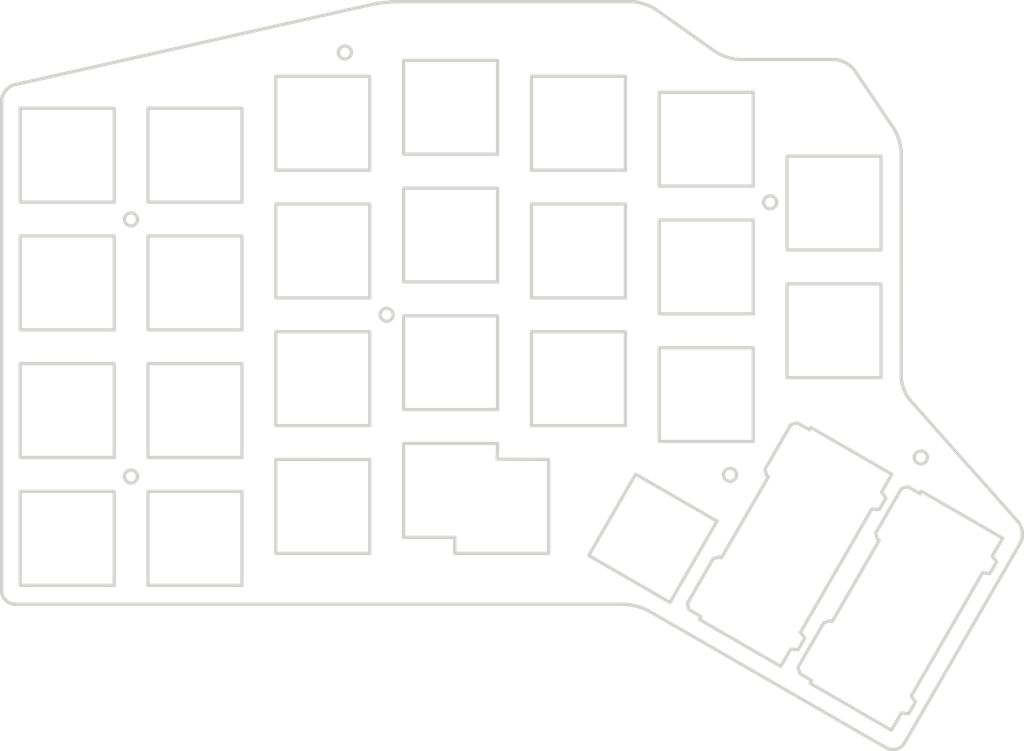
<source format=kicad_pcb>
(kicad_pcb
	(version 20240108)
	(generator "pcbnew")
	(generator_version "8.0")
	(general
		(thickness 1.6)
		(legacy_teardrops no)
	)
	(paper "A4")
	(layers
		(0 "F.Cu" signal)
		(31 "B.Cu" signal)
		(32 "B.Adhes" user "B.Adhesive")
		(33 "F.Adhes" user "F.Adhesive")
		(34 "B.Paste" user)
		(35 "F.Paste" user)
		(36 "B.SilkS" user "B.Silkscreen")
		(37 "F.SilkS" user "F.Silkscreen")
		(38 "B.Mask" user)
		(39 "F.Mask" user)
		(40 "Dwgs.User" user "User.Drawings")
		(41 "Cmts.User" user "User.Comments")
		(42 "Eco1.User" user "User.Eco1")
		(43 "Eco2.User" user "User.Eco2")
		(44 "Edge.Cuts" user)
		(45 "Margin" user)
		(46 "B.CrtYd" user "B.Courtyard")
		(47 "F.CrtYd" user "F.Courtyard")
		(48 "B.Fab" user)
		(49 "F.Fab" user)
		(50 "User.1" user)
		(51 "User.2" user)
		(52 "User.3" user)
		(53 "User.4" user)
		(54 "User.5" user)
		(55 "User.6" user)
		(56 "User.7" user)
		(57 "User.8" user)
		(58 "User.9" user)
	)
	(setup
		(pad_to_mask_clearance 0)
		(allow_soldermask_bridges_in_footprints no)
		(pcbplotparams
			(layerselection 0x00010fc_ffffffff)
			(plot_on_all_layers_selection 0x0000000_00000000)
			(disableapertmacros no)
			(usegerberextensions yes)
			(usegerberattributes no)
			(usegerberadvancedattributes no)
			(creategerberjobfile no)
			(dashed_line_dash_ratio 12.000000)
			(dashed_line_gap_ratio 3.000000)
			(svgprecision 4)
			(plotframeref no)
			(viasonmask no)
			(mode 1)
			(useauxorigin no)
			(hpglpennumber 1)
			(hpglpenspeed 20)
			(hpglpendiameter 15.000000)
			(pdf_front_fp_property_popups yes)
			(pdf_back_fp_property_popups yes)
			(dxfpolygonmode yes)
			(dxfimperialunits yes)
			(dxfusepcbnewfont yes)
			(psnegative no)
			(psa4output no)
			(plotreference yes)
			(plotvalue no)
			(plotfptext yes)
			(plotinvisibletext no)
			(sketchpadsonfab no)
			(subtractmaskfromsilk yes)
			(outputformat 1)
			(mirror no)
			(drillshape 0)
			(scaleselection 1)
			(outputdirectory "ergodash-mini-double-plate-gerbers/")
		)
	)
	(net 0 "")
	(gr_line
		(start 61.294417 52.531346)
		(end 61.407009 52.351901)
		(stroke
			(width 0.499992)
			(type solid)
			(color 255 31 32 1)
		)
		(layer "Edge.Cuts")
		(uuid "006f5179-c6b6-49d5-915e-5b6ef786605f")
	)
	(gr_line
		(start 185.206622 47.532644)
		(end 185.421696 47.557886)
		(stroke
			(width 0.499992)
			(type solid)
			(color 255 31 32 1)
		)
		(layer "Edge.Cuts")
		(uuid "00a6e3a6-4119-4362-b71d-0e98936c9d9f")
	)
	(gr_line
		(start 116.464212 39.254436)
		(end 116.946861 39.172236)
		(stroke
			(width 0.499992)
			(type solid)
			(color 255 31 32 1)
		)
		(layer "Edge.Cuts")
		(uuid "0164ae2d-5d88-411f-bf35-348e6add4603")
	)
	(gr_line
		(start 185.861921 47.654887)
		(end 186.083877 47.724948)
		(stroke
			(width 0.499992)
			(type solid)
			(color 255 31 32 1)
		)
		(layer "Edge.Cuts")
		(uuid "05c725a5-c220-4a28-8803-b851ac10ee0c")
	)
	(gr_line
		(start 157.191865 39.414332)
		(end 157.426956 39.509603)
		(stroke
			(width 0.499992)
			(type solid)
			(color 255 31 32 1)
		)
		(layer "Edge.Cuts")
		(uuid "0742bb56-e046-4ad8-a1d4-52322d06deef")
	)
	(gr_poly
		(pts
			(xy 82.765908 111.938836) (xy 96.778603 111.938836) (xy 96.778603 125.951524) (xy 82.765908 125.951524)
		)
		(stroke
			(width 0.499998)
			(type solid)
			(color 35 31 32 1)
		)
		(fill none)
		(layer "Edge.Cuts")
		(uuid "07fd7c9a-7ecd-4326-b963-4c95b11209c6")
	)
	(gr_line
		(start 61.533177 52.181275)
		(end 61.671921 52.020722)
		(stroke
			(width 0.499992)
			(type solid)
			(color 255 31 32 1)
		)
		(layer "Edge.Cuts")
		(uuid "08f90e18-b3bf-47ae-a731-65e3ae6743f7")
	)
	(gr_line
		(start 195.036233 61.249545)
		(end 195.042033 61.461923)
		(stroke
			(width 0.499992)
			(type solid)
			(color 255 31 32 1)
		)
		(layer "Edge.Cuts")
		(uuid "0c1532c1-fab5-4a20-8801-1878aa4d35a5")
	)
	(gr_line
		(start 167.364849 46.368417)
		(end 167.54152 46.486087)
		(stroke
			(width 0.499992)
			(type solid)
			(color 255 31 32 1)
		)
		(layer "Edge.Cuts")
		(uuid "0ca1a776-ff41-4592-aa87-fa70adab8eb3")
	)
	(gr_line
		(start 118.532062 38.978912)
		(end 119.052208 38.938275)
		(stroke
			(width 0.499992)
			(type solid)
			(color 255 31 32 1)
		)
		(layer "Edge.Cuts")
		(uuid "0e4d73fa-863d-41af-8f17-f51d15483246")
	)
	(gr_line
		(start 156.800376 129.475367)
		(end 156.573885 129.383721)
		(stroke
			(width 0.499992)
			(type solid)
			(color 255 31 32 1)
		)
		(layer "Edge.Cuts")
		(uuid "0ef5cba7-41a1-4c01-8f61-ebf6d62418f1")
	)
	(gr_line
		(start 196.231844 98.171552)
		(end 196.367035 98.334298)
		(stroke
			(width 0.499992)
			(type solid)
			(color 255 31 32 1)
		)
		(layer "Edge.Cuts")
		(uuid "0f395402-f25c-485d-82e6-8337fc009ce9")
	)
	(gr_line
		(start 213.088038 118.678225)
		(end 213.05658 118.892665)
		(stroke
			(width 0.499992)
			(type solid)
			(color 255 31 32 1)
		)
		(layer "Edge.Cuts")
		(uuid "0fc5b1ef-08b4-4c53-90dd-377fcbcf1334")
	)
	(gr_line
		(start 213.015993 117.587532)
		(end 213.060424 117.802628)
		(stroke
			(width 0.499992)
			(type solid)
			(color 255 31 32 1)
		)
		(layer "Edge.Cuts")
		(uuid "122cd1b2-72e7-4306-a35a-f8e3704fdf0c")
	)
	(gr_line
		(start 213.060424 117.802628)
		(end 213.090011 118.020898)
		(stroke
			(width 0.499992)
			(type solid)
			(color 255 31 32 1)
		)
		(layer "Edge.Cuts")
		(uuid "1553fefd-4855-41ef-98e1-5a6e335a9d2f")
	)
	(gr_line
		(start 195.046422 95.050408)
		(end 195.066636 95.271137)
		(stroke
			(width 0.499992)
			(type solid)
			(color 255 31 32 1)
		)
		(layer "Edge.Cuts")
		(uuid "16cf9d29-ae6d-480c-95bf-2480c8011444")
	)
	(gr_line
		(start 195.735714 97.380555)
		(end 195.851688 97.59572)
		(stroke
			(width 0.499992)
			(type solid)
			(color 255 31 32 1)
		)
		(layer "Edge.Cuts")
		(uuid "16dd20a8-2849-4b9c-a51d-6ecf4263ee6d")
	)
	(gr_line
		(start 61.547469 128.184827)
		(end 61.481136 128.115263)
		(stroke
			(width 0.499992)
			(type solid)
			(color 255 31 32 1)
		)
		(layer "Edge.Cuts")
		(uuid "172ac868-4abb-430d-abc1-8bbdad3ed3d8")
	)
	(gr_line
		(start 60.999825 53.312299)
		(end 61.021706 53.210795)
		(stroke
			(width 0.499992)
			(type solid)
			(color 255 31 32 1)
		)
		(layer "Edge.Cuts")
		(uuid "177f6df0-8bed-4e99-be77-9159281b09b3")
	)
	(gr_line
		(start 155.845852 129.137085)
		(end 155.593362 129.066022)
		(stroke
			(width 0.499992)
			(type solid)
			(color 255 31 32 1)
		)
		(layer "Edge.Cuts")
		(uuid "1789ef13-ac98-4967-9c5e-1c3a115de01a")
	)
	(gr_line
		(start 193.072534 150.322944)
		(end 192.979692 150.284117)
		(stroke
			(width 0.499992)
			(type solid)
			(color 255 31 32 1)
		)
		(layer "Edge.Cuts")
		(uuid "17f44d94-fc40-400b-ae19-bc72ae584451")
	)
	(gr_line
		(start 194.906601 60.309594)
		(end 194.953827 60.554399)
		(stroke
			(width 0.499992)
			(type solid)
			(color 255 31 32 1)
		)
		(layer "Edge.Cuts")
		(uuid "18c5c152-c984-4c8c-bc13-8e5c02946622")
	)
	(gr_line
		(start 193.54976 150.442847)
		(end 193.453164 150.428607)
		(stroke
			(width 0.499992)
			(type solid)
			(color 255 31 32 1)
		)
		(layer "Edge.Cuts")
		(uuid "195e28a1-4788-4389-a678-b3ae04bbdb75")
	)
	(gr_line
		(start 117.996988 39.03266)
		(end 118.532062 38.978912)
		(stroke
			(width 0.499992)
			(type solid)
			(color 255 31 32 1)
		)
		(layer "Edge.Cuts")
		(uuid "19ce4048-a89d-4e22-b153-506855e82a25")
	)
	(gr_line
		(start 61.081865 127.458079)
		(end 61.050302 127.365268)
		(stroke
			(width 0.499992)
			(type solid)
			(color 255 31 32 1)
		)
		(layer "Edge.Cuts")
		(uuid "1a13e76e-306b-4b7d-b228-504bac898a82")
	)
	(gr_line
		(start 212.636834 116.703188)
		(end 212.693167 116.79194)
		(stroke
			(width 0.499992)
			(type solid)
			(color 255 31 32 1)
		)
		(layer "Edge.Cuts")
		(uuid "1a9e41e2-8b09-4b75-9474-b0c4c50c0519")
	)
	(gr_poly
		(pts
			(xy 128.486618 118.79754) (xy 120.865914 118.79754) (xy 120.865914 104.806375) (xy 134.878601 104.806375)
			(xy 134.814812 107.134515) (xy 142.498955 107.177041) (xy 142.498955 121.189019) (xy 128.486626 121.189019)
		)
		(stroke
			(width 0.499998)
			(type solid)
			(color 35 31 32 1)
		)
		(fill none)
		(layer "Edge.Cuts")
		(uuid "1c7ec05c-2003-4e01-8ce5-a59d825e6358")
	)
	(gr_line
		(start 157.015588 129.570873)
		(end 156.800376 129.475367)
		(stroke
			(width 0.499992)
			(type solid)
			(color 255 31 32 1)
		)
		(layer "Edge.Cuts")
		(uuid "1ea8f5a0-17dc-4bc8-862c-3c3aaaaadfcc")
	)
	(gr_poly
		(pts
			(xy 120.865914 47.656335) (xy 134.878601 47.656335) (xy 134.878601 61.647546) (xy 120.865914 61.647546)
		)
		(stroke
			(width 0.499998)
			(type solid)
			(color 35 31 32 1)
		)
		(fill none)
		(layer "Edge.Cuts")
		(uuid "1f31120c-884f-4f04-bf0d-47f1a37b0109")
	)
	(gr_line
		(start 194.713684 59.562156)
		(end 194.785956 59.811598)
		(stroke
			(width 0.499992)
			(type solid)
			(color 255 31 32 1)
		)
		(layer "Edge.Cuts")
		(uuid "2036f7af-a98f-4c3b-8276-dc0a7e2c311d")
	)
	(gr_line
		(start 194.676389 150.254694)
		(end 194.588651 150.294653)
		(stroke
			(width 0.499992)
			(type solid)
			(color 255 31 32 1)
		)
		(layer "Edge.Cuts")
		(uuid "22eea7a2-f881-4c91-945d-0155747e69b5")
	)
	(gr_poly
		(pts
			(xy 101.815911 69.076302) (xy 115.828598 69.076302) (xy 115.828598 83.089013) (xy 101.815911 83.089013)
		)
		(stroke
			(width 0.499998)
			(type solid)
			(color 35 31 32 1)
		)
		(fill none)
		(layer "Edge.Cuts")
		(uuid "232a2e8a-9166-4171-8816-7bf1578ce9ef")
	)
	(gr_line
		(start 194.785956 59.811598)
		(end 194.850453 60.061369)
		(stroke
			(width 0.499992)
			(type solid)
			(color 255 31 32 1)
		)
		(layer "Edge.Cuts")
		(uuid "2451228d-125c-447d-b21b-ca3d9242afdf")
	)
	(gr_line
		(start 61.023244 127.270514)
		(end 61.000817 127.173946)
		(stroke
			(width 0.499992)
			(type solid)
			(color 255 31 32 1)
		)
		(layer "Edge.Cuts")
		(uuid "2588bbc1-ab44-4fcd-bec8-debbab1d4988")
	)
	(gr_line
		(start 61.924907 128.481728)
		(end 61.843743 128.429564)
		(stroke
			(width 0.499992)
			(type solid)
			(color 255 31 32 1)
		)
		(layer "Edge.Cuts")
		(uuid "259ef2e1-71bb-4e9d-93ef-4c7f7b1500b9")
	)
	(gr_line
		(start 187.849268 48.849328)
		(end 187.990337 49.013552)
		(stroke
			(width 0.499992)
			(type solid)
			(color 255 31 32 1)
		)
		(layer "Edge.Cuts")
		(uuid "25bd7b50-8841-4393-9e81-16f052e9bd6a")
	)
	(gr_line
		(start 212.693167 116.79194)
		(end 212.795305 116.977814)
		(stroke
			(width 0.499992)
			(type solid)
			(color 255 31 32 1)
		)
		(layer "Edge.Cuts")
		(uuid "25d179e1-96c3-45b8-bf4b-c7bf2e482ae0")
	)
	(gr_poly
		(pts
			(xy 101.815911 50.026299) (xy 115.828598 50.026299) (xy 115.828598 64.039025) (xy 101.815911 64.039025)
		)
		(stroke
			(width 0.499998)
			(type solid)
			(color 35 31 32 1)
		)
		(fill none)
		(layer "Edge.Cuts")
		(uuid "2602ac0d-0015-41f8-b3ff-544fe08517a5")
	)
	(gr_poly
		(pts
			(xy 164.956082 131.032937) (xy 165.195973 130.618424) (xy 163.422913 129.592545) (xy 163.1675 128.636163)
			(xy 167.021244 121.970422) (xy 167.977623 121.71502) (xy 168.237622 121.864945) (xy 175.248375 109.748803)
			(xy 174.991555 109.600274) (xy 174.736142 108.643884) (xy 178.589886 101.978158) (xy 179.546265 101.722741)
			(xy 181.321797 102.749688) (xy 181.5317 102.387032) (xy 193.64856 109.398492) (xy 192.116799 112.047143)
			(xy 192.754975 112.937203) (xy 191.755202 114.666871) (xy 190.663706 114.556451) (xy 180.028866 132.956284)
			(xy 180.660691 133.842462) (xy 179.66092 135.572137) (xy 178.576126 135.465592) (xy 177.073296 138.044396)
		)
		(stroke
			(width 0.499992)
			(type solid)
			(color 35 31 32 1)
		)
		(fill none)
		(layer "Edge.Cuts")
		(uuid "26dd2e16-e0bb-4693-9c39-1783ecb6ce07")
	)
	(gr_line
		(start 62.008653 128.530029)
		(end 61.924907 128.481728)
		(stroke
			(width 0.499992)
			(type solid)
			(color 255 31 32 1)
		)
		(layer "Edge.Cuts")
		(uuid "28a984eb-3b74-4279-a041-b72fbbdb0ef6")
	)
	(gr_line
		(start 192.979692 150.284117)
		(end 192.888126 150.240231)
		(stroke
			(width 0.499992)
			(type solid)
			(color 255 31 32 1)
		)
		(layer "Edge.Cuts")
		(uuid "2904ab55-deab-4799-a22b-4f1d9f62fadd")
	)
	(gr_line
		(start 156.209204 39.101719)
		(end 156.457492 39.168413)
		(stroke
			(width 0.499992)
			(type solid)
			(color 255 31 32 1)
		)
		(layer "Edge.Cuts")
		(uuid "291c0c97-ef9d-4d7d-910f-9013af36b328")
	)
	(gr_line
		(start 154.585322 128.851245)
		(end 154.343352 128.817493)
		(stroke
			(width 0.499992)
			(type solid)
			(color 255 31 32 1)
		)
		(layer "Edge.Cuts")
		(uuid "2bb10f8e-2c55-428f-995a-22544f8524ef")
	)
	(gr_line
		(start 62.461621 128.709088)
		(end 62.366889 128.682029)
		(stroke
			(width 0.499992)
			(type solid)
			(color 255 31 32 1)
		)
		(layer "Edge.Cuts")
		(uuid "2c0b8bc2-ca70-4a7d-ab40-e145b993f634")
	)
	(gr_poly
		(pts
			(xy 101.815911 88.126336) (xy 115.828598 88.126336) (xy 115.828598 102.139031) (xy 101.815911 102.139031)
		)
		(stroke
			(width 0.499998)
			(type solid)
			(color 35 31 32 1)
		)
		(fill none)
		(layer "Edge.Cuts")
		(uuid "2c6d96d0-466d-4944-bed7-6d7bc6e4e3b8")
	)
	(gr_line
		(start 62.332647 51.504268)
		(end 62.425071 51.45644)
		(stroke
			(width 0.499992)
			(type solid)
			(color 255 31 32 1)
		)
		(layer "Edge.Cuts")
		(uuid "2ecbd577-1451-4b60-afa1-6efb248fe866")
	)
	(gr_line
		(start 193.924431 57.803369)
		(end 194.038255 57.982704)
		(stroke
			(width 0.499992)
			(type solid)
			(color 255 31 32 1)
		)
		(layer "Edge.Cuts")
		(uuid "2f077022-5644-4fc8-a5a4-ac7c39c90e74")
	)
	(gr_line
		(start 193.840201 150.457101)
		(end 193.743454 150.457047)
		(stroke
			(width 0.499992)
			(type solid)
			(color 255 31 32 1)
		)
		(layer "Edge.Cuts")
		(uuid "33234c2d-cf69-4baa-84a1-4431f5f76659")
	)
	(gr_poly
		(pts
			(xy 158.966271 52.418832) (xy 172.978955 52.418832) (xy 172.978955 66.410027) (xy 158.966271 66.410027)
		)
		(stroke
			(width 0.499998)
			(type solid)
			(color 35 31 32 1)
		)
		(fill none)
		(layer "Edge.Cuts")
		(uuid "336f1c01-648e-436b-9764-e3086e14c0eb")
	)
	(gr_line
		(start 62.366889 128.682029)
		(end 62.274098 128.650465)
		(stroke
			(width 0.499992)
			(type solid)
			(color 255 31 32 1)
		)
		(layer "Edge.Cuts")
		(uuid "337d5e10-4cb2-44f2-87dc-d476ce392d9d")
	)
	(gr_line
		(start 61.250593 127.807336)
		(end 61.202296 127.723577)
		(stroke
			(width 0.499992)
			(type solid)
			(color 255 31 32 1)
		)
		(layer "Edge.Cuts")
		(uuid "376d8eb1-f2f2-44f4-8fc1-6552953bccb0")
	)
	(gr_line
		(start 60.959999 126.772088)
		(end 60.959999 53.723153)
		(stroke
			(width 0.499992)
			(type solid)
			(color 255 31 32 1)
		)
		(layer "Edge.Cuts")
		(uuid "37968885-8587-49a0-ad66-6e8ebbe9dae7")
	)
	(gr_line
		(start 154.833219 128.893489)
		(end 154.585322 128.851245)
		(stroke
			(width 0.499992)
			(type solid)
			(color 255 31 32 1)
		)
		(layer "Edge.Cuts")
		(uuid "392a929a-34b5-433e-9f69-4d7b44eb42f2")
	)
	(gr_line
		(start 195.039532 94.838983)
		(end 195.046422 95.050408)
		(stroke
			(width 0.499992)
			(type solid)
			(color 255 31 32 1)
		)
		(layer "Edge.Cuts")
		(uuid "3b3eae44-8782-4c98-8f1d-9a2621d232c3")
	)
	(gr_line
		(start 61.481136 128.115263)
		(end 61.418154 128.042605)
		(stroke
			(width 0.499992)
			(type solid)
			(color 255 31 32 1)
		)
		(layer "Edge.Cuts")
		(uuid "3be73ae5-77c9-460e-b658-c6219740c6c3")
	)
	(gr_poly
		(pts
			(xy 197.905813 107.864754) (xy 197.856309 107.860993) (xy 197.807522 107.854799) (xy 197.759515 107.846233)
			(xy 197.712348 107.835357) (xy 197.666084 107.822231) (xy 197.620783 107.806916) (xy 197.576507 107.789473)
			(xy 197.533317 107.769965) (xy 197.491275 107.74845) (xy 197.450442 107.724991) (xy 197.410879 107.699649)
			(xy 197.372648 107.672484) (xy 197.33581 107.643558) (xy 197.300426 107.612932) (xy 197.266558 107.580666)
			(xy 197.234268 107.546823) (xy 197.203615 107.511462) (xy 197.174663 107.474645) (xy 197.147472 107.436433)
			(xy 197.122104 107.396886) (xy 197.09862 107.356067) (xy 197.077081 107.314036) (xy 197.057548 107.270854)
			(xy 197.040084 107.226582) (xy 197.024749 107.181281) (xy 197.011606 107.135013) (xy 197.000714 107.087837)
			(xy 196.992136 107.039816) (xy 196.985933 106.991011) (xy 196.982166 106.941481) (xy 196.980896 106.89129)
			(xy 196.982166 106.841129) (xy 196.985933 106.791625) (xy 196.992136 106.742839) (xy 197.000714 106.694833)
			(xy 197.011606 106.647667) (xy 197.024749 106.601403) (xy 197.040084 106.556103) (xy 197.057548 106.511827)
			(xy 197.077081 106.468638) (xy 197.09862 106.426597) (xy 197.122104 106.385764) (xy 197.147472 106.346201)
			(xy 197.174663 106.307971) (xy 197.203615 106.271133) (xy 197.234268 106.23575) (xy 197.266558 106.201882)
			(xy 197.300426 106.169592) (xy 197.33581 106.13894) (xy 197.372648 106.109988) (xy 197.410879 106.082797)
			(xy 197.450442 106.057429) (xy 197.491275 106.033945) (xy 197.533317 106.012406) (xy 197.576507 105.992874)
			(xy 197.620783 105.97541) (xy 197.666084 105.960075) (xy 197.712348 105.946932) (xy 197.759515 105.93604)
			(xy 197.807522 105.927462) (xy 197.856309 105.921259) (xy 197.905813 105.917492) (xy 197.955975 105.916223)
			(xy 198.006167 105.917492) (xy 198.055699 105.921259) (xy 198.104509 105.927462) (xy 198.152536 105.93604)
			(xy 198.199719 105.946932) (xy 198.245997 105.960075) (xy 198.291308 105.97541) (xy 198.335592 105.992874)
			(xy 198.378787 106.012406) (xy 198.420831 106.033945) (xy 198.461665 106.057429) (xy 198.501226 106.082797)
			(xy 198.539454 106.109988) (xy 198.576287 106.13894) (xy 198.611664 106.169592) (xy 198.645524 106.201882)
			(xy 198.677806 106.23575) (xy 198.708448 106.271133) (xy 198.73739 106.307971) (xy 198.764571 106.346201)
			(xy 198.789928 106.385764) (xy 198.813401 106.426597) (xy 198.834929 106.468638) (xy 198.854451 106.511827)
			(xy 198.871905 106.556103) (xy 198.887231 106.601403) (xy 198.900366 106.647667) (xy 198.91125 106.694833)
			(xy 198.919822 106.742839) (xy 198.926021 106.791625) (xy 198.929785 106.841129) (xy 198.931053 106.89129)
			(xy 198.929785 106.941481) (xy 198.926021 106.991011) (xy 198.919822 107.039816) (xy 198.91125 107.087837)
			(xy 198.900366 107.135013) (xy 198.887231 107.181281) (xy 198.871905 107.226582) (xy 198.854451 107.270854)
			(xy 198.834929 107.314036) (xy 198.813401 107.356067) (xy 198.789928 107.396886) (xy 198.764571 107.436433)
			(xy 198.73739 107.474645) (xy 198.708448 107.511462) (xy 198.677806 107.546823) (xy 198.645524 107.580666)
			(xy 198.611664 107.612932) (xy 198.576287 107.643558) (xy 198.539454 107.672484) (xy 198.501226 107.699649)
			(xy 198.461665 107.724991) (xy 198.420831 107.74845) (xy 198.378787 107.769965) (xy 198.335592 107.789473)
			(xy 198.291308 107.806916) (xy 198.245997 107.822231) (xy 198.199719 107.835357) (xy 198.152536 107.846233)
			(xy 198.104509 107.854799) (xy 198.055699 107.860993) (xy 198.006167 107.864754) (xy 197.955975 107.866021)
		)
		(stroke
			(width 0.499998)
			(type solid)
			(color 35 31 32 1)
		)
		(fill none)
		(layer "Edge.Cuts")
		(uuid "3d01db35-af3d-4924-8cb5-9db28703df83")
	)
	(gr_line
		(start 213.090011 118.020898)
		(end 213.104587 118.240689)
		(stroke
			(width 0.499992)
			(type solid)
			(color 255 31 32 1)
		)
		(layer "Edge.Cuts")
		(uuid "3d4d192d-d202-46c7-a4f6-8a67002dfd7a")
	)
	(gr_line
		(start 194.315927 150.388797)
		(end 194.222434 150.411444)
		(stroke
			(width 0.499992)
			(type solid)
			(color 255 31 32 1)
		)
		(layer "Edge.Cuts")
		(uuid "3dc0f307-f29e-4249-be3e-e37fb24d6f2e")
	)
	(gr_poly
		(pts
			(xy 80.187076 72.346732) (xy 80.1376 72.342968) (xy 80.088841 72.336769) (xy 80.04086 72.328197)
			(xy 79.993717 72.317313) (xy 79.947475 72.304178) (xy 79.902195 72.288852) (xy 79.857938 72.271398)
			(xy 79.814765 72.251876) (xy 79.772739 72.230348) (xy 79.731921 72.206875) (xy 79.692371 72.181517)
			(xy 79.654152 72.154337) (xy 79.617325 72.125395) (xy 79.581951 72.094752) (xy 79.548092 72.06247)
			(xy 79.515809 72.02861) (xy 79.485164 71.993233) (xy 79.456217 71.9564) (xy 79.429032 71.918172)
			(xy 79.403667 71.878611) (xy 79.380187 71.837777) (xy 79.358651 71.795732) (xy 79.339121 71.752537)
			(xy 79.321658 71.708253) (xy 79.306325 71.662942) (xy 79.293182 71.616664) (xy 79.282291 71.569481)
			(xy 79.273713 71.521454) (xy 79.26751 71.472643) (xy 79.263744 71.423111) (xy 79.262474 71.372918)
			(xy 79.263744 71.322787) (xy 79.26751 71.273309) (xy 79.273713 71.224545) (xy 79.282291 71.176557)
			(xy 79.293182 71.129406) (xy 79.306325 71.083155) (xy 79.321658 71.037864) (xy 79.339121 70.993595)
			(xy 79.358651 70.95041) (xy 79.380187 70.90837) (xy 79.403667 70.867537) (xy 79.429032 70.827973)
			(xy 79.456217 70.789738) (xy 79.485164 70.752895) (xy 79.515809 70.717505) (xy 79.548092 70.683629)
			(xy 79.581951 70.65133) (xy 79.617325 70.620668) (xy 79.654152 70.591705) (xy 79.692371 70.564504)
			(xy 79.731921 70.539125) (xy 79.772739 70.515629) (xy 79.814765 70.49408) (xy 79.857938 70.474537)
			(xy 79.902195 70.457063) (xy 79.947475 70.441719) (xy 79.993717 70.428567) (xy 80.04086 70.417668)
			(xy 80.088841 70.409083) (xy 80.1376 70.402876) (xy 80.187076 70.399106) (xy 80.237206 70.397836)
			(xy 80.28743 70.399106) (xy 80.336989 70.402876) (xy 80.385822 70.409083) (xy 80.433869 70.417668)
			(xy 80.481068 70.428567) (xy 80.527359 70.441719) (xy 80.57268 70.457063) (xy 80.616971 70.474537)
			(xy 80.66017 70.49408) (xy 80.702217 70.515629) (xy 80.74305 70.539125) (xy 80.782609 70.564504)
			(xy 80.820833 70.591705) (xy 80.85766 70.620668) (xy 80.89303 70.65133) (xy 80.926882 70.683629)
			(xy 80.959155 70.717505) (xy 80.989787 70.752895) (xy 81.018718 70.789738) (xy 81.045887 70.827973)
			(xy 81.071233 70.867537) (xy 81.094695 70.90837) (xy 81.116212 70.95041) (xy 81.135722 70.993595)
			(xy 81.153166 71.037864) (xy 81.168482 71.083155) (xy 81.181608 71.129406) (xy 81.192485 71.176557)
			(xy 81.201051 71.224545) (xy 81.207245 71.273309) (xy 81.211006 71.322787) (xy 81.212273 71.372918)
			(xy 81.211006 71.423111) (xy 81.207244 71.472643) (xy 81.20105 71.521454) (xy 81.192484 71.569481)
			(xy 81.181607 71.616664) (xy 81.16848 71.662942) (xy 81.153164 71.708253) (xy 81.13572 71.752537)
			(xy 81.116209 71.795732) (xy 81.094692 71.837777) (xy 81.07123 71.878611) (xy 81.045883 71.918172)
			(xy 81.018714 71.9564) (xy 80.989782 71.993233) (xy 80.959149 72.02861) (xy 80.926876 72.06247) (xy 80.893024 72.094752)
			(xy 80.857654 72.125395) (xy 80.820826 72.154337) (xy 80.782602 72.181517) (xy 80.743043 72.206875)
			(xy 80.70221 72.230348) (xy 80.660163 72.251876) (xy 80.616964 72.271398) (xy 80.572674 72.288852)
			(xy 80.527353 72.304178) (xy 80.481063 72.317313) (xy 80.433864 72.328197) (xy 80.385818 72.336769)
			(xy 80.336986 72.342968) (xy 80.287428 72.346732) (xy 80.237206 72.348)
		)
		(stroke
			(width 0.499998)
			(type solid)
			(color 35 31 32 1)
		)
		(fill none)
		(layer "Edge.Cuts")
		(uuid "4007c6e0-8a14-4278-bf86-d997d4b5afad")
	)
	(gr_line
		(start 155.718547 38.994816)
		(end 155.962268 39.043655)
		(stroke
			(width 0.499992)
			(type solid)
			(color 255 31 32 1)
		)
		(layer "Edge.Cuts")
		(uuid "4061238e-3dbd-4dab-b00f-3d4ab4ae79b2")
	)
	(gr_line
		(start 157.871423 39.716527)
		(end 158.077078 39.826991)
		(stroke
			(width 0.499992)
			(type solid)
			(color 255 31 32 1)
		)
		(layer "Edge.Cuts")
		(uuid "40a3a96d-f5ce-4de8-b15f-c918f67b5a68")
	)
	(gr_line
		(start 195.157271 149.928181)
		(end 195.083422 149.992692)
		(stroke
			(width 0.499992)
			(type solid)
			(color 255 31 32 1)
		)
		(layer "Edge.Cuts")
		(uuid "433b9c9a-3348-4687-b938-ac5370528c4e")
	)
	(gr_line
		(start 194.038255 57.982704)
		(end 194.148893 58.177364)
		(stroke
			(width 0.499992)
			(type solid)
			(color 255 31 32 1)
		)
		(layer "Edge.Cuts")
		(uuid "445c02a9-fac0-49b6-aa9f-bc3c6b44a10d")
	)
	(gr_line
		(start 196.367035 98.334298)
		(end 212.447029 116.456155)
		(stroke
			(width 0.499992)
			(type solid)
			(color 255 31 32 1)
		)
		(layer "Edge.Cuts")
		(uuid "4571410a-f9cc-4624-ad86-d5e30bbc4f22")
	)
	(gr_line
		(start 62.242116 51.556178)
		(end 62.332647 51.504268)
		(stroke
			(width 0.499992)
			(type solid)
			(color 255 31 32 1)
		)
		(layer "Edge.Cuts")
		(uuid "479e3b20-5672-42a7-a505-9f23e3420973")
	)
	(gr_line
		(start 195.083422 149.992692)
		(end 195.00682 150.05323)
		(stroke
			(width 0.499992)
			(type solid)
			(color 255 31 32 1)
		)
		(layer "Edge.Cuts")
		(uuid "4b3a0398-b514-49b5-9e1c-8c860aac47bb")
	)
	(gr_line
		(start 212.956885 117.377263)
		(end 213.015993 117.587532)
		(stroke
			(width 0.499992)
			(type solid)
			(color 255 31 32 1)
		)
		(layer "Edge.Cuts")
		(uuid "4baf7e81-ec92-4072-99b6-9b16936685e4")
	)
	(gr_line
		(start 60.983152 127.075691)
		(end 60.970375 126.975877)
		(stroke
			(width 0.499992)
			(type solid)
			(color 255 31 32 1)
		)
		(layer "Edge.Cuts")
		(uuid "4bfdba73-3676-4949-8488-3e7a4e5897ca")
	)
	(gr_line
		(start 194.927641 150.109746)
		(end 194.846059 150.162194)
		(stroke
			(width 0.499992)
			(type solid)
			(color 255 31 32 1)
		)
		(layer "Edge.Cuts")
		(uuid "4c18b3ce-59eb-4a0b-932b-72b1ebcc2b1f")
	)
	(gr_line
		(start 61.078901 53.010336)
		(end 61.113965 52.911692)
		(stroke
			(width 0.499992)
			(type solid)
			(color 255 31 32 1)
		)
		(layer "Edge.Cuts")
		(uuid "4d83a2ee-5403-4439-a6b2-b1084fc0400a")
	)
	(gr_line
		(start 193.936647 150.452521)
		(end 193.840201 150.457101)
		(stroke
			(width 0.499992)
			(type solid)
			(color 255 31 32 1)
		)
		(layer "Edge.Cuts")
		(uuid "4d8ed7bf-936c-418b-b8a1-085166c5b91e")
	)
	(gr_line
		(start 213.103985 118.460349)
		(end 213.088038 118.678225)
		(stroke
			(width 0.499992)
			(type solid)
			(color 255 31 32 1)
		)
		(layer "Edge.Cuts")
		(uuid "4d967fa9-d831-4bd5-bca3-4ec0be986668")
	)
	(gr_line
		(start 157.426956 39.509603)
		(end 157.654096 39.610533)
		(stroke
			(width 0.499992)
			(type solid)
			(color 255 31 32 1)
		)
		(layer "Edge.Cuts")
		(uuid "4df84576-f0f3-4a59-a242-ba6d2ea8ec5d")
	)
	(gr_line
		(start 62.6151 51.373659)
		(end 62.712454 51.339019)
		(stroke
			(width 0.499992)
			(type solid)
			(color 255 31 32 1)
		)
		(layer "Edge.Cuts")
		(uuid "4e3d989f-93fe-4fcb-a8a5-b19abe1af9e5")
	)
	(gr_line
		(start 195.267109 96.211232)
		(end 195.343723 96.451587)
		(stroke
			(width 0.499992)
			(type solid)
			(color 255 31 32 1)
		)
		(layer "Edge.Cuts")
		(uuid "4fc74f83-54f6-4180-932e-652115548061")
	)
	(gr_line
		(start 62.656395 128.74918)
		(end 62.558165 128.731514)
		(stroke
			(width 0.499992)
			(type solid)
			(color 255 31 32 1)
		)
		(layer "Edge.Cuts")
		(uuid "4fc8581e-a700-46bb-90f6-0ca2effcb6a4")
	)
	(gr_line
		(start 170.997403 47.524041)
		(end 184.997036 47.524041)
		(stroke
			(width 0.499992)
			(type solid)
			(color 255 31 32 1)
		)
		(layer "Edge.Cuts")
		(uuid "50e9c539-8ff9-409d-99cb-7a0f3bc29da7")
	)
	(gr_line
		(start 188.114533 49.182519)
		(end 193.924431 57.803369)
		(stroke
			(width 0.499992)
			(type solid)
			(color 255 31 32 1)
		)
		(layer "Edge.Cuts")
		(uuid "531af411-2ecd-4cf8-aabb-b5ee46b1389c")
	)
	(gr_line
		(start 195.066636 95.271137)
		(end 195.099494 95.499377)
		(stroke
			(width 0.499992)
			(type solid)
			(color 255 31 32 1)
		)
		(layer "Edge.Cuts")
		(uuid "534b5d8d-e3a7-475a-be64-642e2dbe4757")
	)
	(gr_poly
		(pts
			(xy 181.4555 140.557931) (xy 181.695389 140.143418) (xy 179.92268 139.117539) (xy 179.667271 138.161157)
			(xy 183.520661 131.495423) (xy 184.477043 131.240014) (xy 184.73704 131.389947) (xy 191.747792 119.273797)
			(xy 191.490971 119.125276) (xy 191.235913 118.168893) (xy 195.089304 111.503167) (xy 196.045685 111.24775)
			(xy 197.821217 112.274682) (xy 198.031121 111.912042) (xy 210.148331 118.923486) (xy 208.616217 121.572137)
			(xy 209.254391 122.462197) (xy 208.254618 124.191865) (xy 207.163477 124.081445) (xy 196.528284 142.481278)
			(xy 197.160462 143.367455) (xy 196.160336 145.097123) (xy 195.075545 144.990579) (xy 193.573065 147.56939)
		)
		(stroke
			(width 0.499992)
			(type solid)
			(color 35 31 32 1)
		)
		(fill none)
		(layer "Edge.Cuts")
		(uuid "544ec4f9-b7ed-469e-9ab0-bea7c6a9137d")
	)
	(gr_line
		(start 62.911217 51.28402)
		(end 116.031441 39.342492)
		(stroke
			(width 0.499992)
			(type solid)
			(color 255 31 32 1)
		)
		(layer "Edge.Cuts")
		(uuid "549d24c3-ee63-4def-a6ba-d781a509675d")
	)
	(gr_line
		(start 157.217607 129.669722)
		(end 157.015588 129.570873)
		(stroke
			(width 0.499992)
			(type solid)
			(color 255 31 32 1)
		)
		(layer "Edge.Cuts")
		(uuid "5531330e-3a14-40d4-b8a1-f7a468738f51")
	)
	(gr_line
		(start 62.857394 128.769717)
		(end 62.75618 128.761957)
		(stroke
			(width 0.499992)
			(type solid)
			(color 255 31 32 1)
		)
		(layer "Edge.Cuts")
		(uuid "55c04b7a-95d0-46df-80c7-3c37abd97edd")
	)
	(gr_line
		(start 61.113965 52.911692)
		(end 61.196403 52.718361)
		(stroke
			(width 0.499992)
			(type solid)
			(color 255 31 32 1)
		)
		(layer "Edge.Cuts")
		(uuid "55cec328-f85a-4500-81fd-a04758df2427")
	)
	(gr_line
		(start 192.888126 150.240231)
		(end 192.798012 150.191239)
		(stroke
			(width 0.499992)
			(type solid)
			(color 255 31 32 1)
		)
		(layer "Edge.Cuts")
		(uuid "56884d4b-3b51-40ac-a750-59287bac9c0b")
	)
	(gr_line
		(start 169.601543 47.325901)
		(end 169.848473 47.383969)
		(stroke
			(width 0.499992)
			(type solid)
			(color 255 31 32 1)
		)
		(layer "Edge.Cuts")
		(uuid "56aac8f2-3df8-411f-a8fe-0bbd068095e1")
	)
	(gr_line
		(start 196.100434 97.993011)
		(end 196.231844 98.171552)
		(stroke
			(width 0.499992)
			(type solid)
			(color 255 31 32 1)
		)
		(layer "Edge.Cuts")
		(uuid "56bbd6fc-806e-4474-847d-bdbfddccbddc")
	)
	(gr_line
		(start 61.843743 128.429564)
		(end 61.765289 128.373663)
		(stroke
			(width 0.499992)
			(type solid)
			(color 255 31 32 1)
		)
		(layer "Edge.Cuts")
		(uuid "56f57f3f-9e57-47ec-96c7-fb9822e995be")
	)
	(gr_line
		(start 157.404522 129.771401)
		(end 157.217607 129.669722)
		(stroke
			(width 0.499992)
			(type solid)
			(color 255 31 32 1)
		)
		(layer "Edge.Cuts")
		(uuid "57ba506b-f534-4503-9ba2-39322b460802")
	)
	(gr_line
		(start 116.031441 39.342492)
		(end 116.464212 39.254436)
		(stroke
			(width 0.499992)
			(type solid)
			(color 255 31 32 1)
		)
		(layer "Edge.Cuts")
		(uuid "586781ce-b4d9-4e8d-a689-3f63acf8e73a")
	)
	(gr_line
		(start 153.884847 128.777522)
		(end 153.672135 128.772332)
		(stroke
			(width 0.499992)
			(type solid)
			(color 255 31 32 1)
		)
		(layer "Edge.Cuts")
		(uuid "5a73931a-969b-47f6-ad6e-3073835d6c33")
	)
	(gr_line
		(start 194.148893 58.177364)
		(end 194.255771 58.385473)
		(stroke
			(width 0.499992)
			(type solid)
			(color 255 31 32 1)
		)
		(layer "Edge.Cuts")
		(uuid "5afb82c9-0e0c-4693-a44c-d59cf987cb38")
	)
	(gr_poly
		(pts
			(xy 175.436722 69.807044) (xy 175.387248 69.803281) (xy 175.338489 69.797083) (xy 175.290508 69.788513)
			(xy 175.243367 69.77763) (xy 175.197125 69.764497) (xy 175.151845 69.749174) (xy 175.107589 69.731722)
			(xy 175.064417 69.712204) (xy 175.022391 69.690679) (xy 174.981573 69.667209) (xy 174.942024 69.641855)
			(xy 174.903805 69.614679) (xy 174.866978 69.58574) (xy 174.831605 69.555102) (xy 174.797746 69.522824)
			(xy 174.765463 69.488968) (xy 174.734817 69.453596) (xy 174.705871 69.416767) (xy 174.678685 69.378544)
			(xy 174.653321 69.338987) (xy 174.62984 69.298157) (xy 174.608304 69.256117) (xy 174.588774 69.212926)
			(xy 174.571312 69.168647) (xy 174.555978 69.12334) (xy 174.542835 69.077066) (xy 174.531944 69.029886)
			(xy 174.523366 68.981863) (xy 174.517163 68.933056) (xy 174.513397 68.883527) (xy 174.512127 68.833337)
			(xy 174.513397 68.783169) (xy 174.517163 68.733659) (xy 174.523366 68.684868) (xy 174.531944 68.636856)
			(xy 174.542835 68.589685) (xy 174.555978 68.543418) (xy 174.571312 68.498114) (xy 174.588774 68.453835)
			(xy 174.608304 68.410643) (xy 174.62984 68.368599) (xy 174.653321 68.327765) (xy 174.678685 68.288201)
			(xy 174.705871 68.249969) (xy 174.734817 68.21313) (xy 174.765463 68.177746) (xy 174.797746 68.143878)
			(xy 174.831605 68.111587) (xy 174.866978 68.080935) (xy 174.903805 68.051984) (xy 174.942024 68.024793)
			(xy 174.981573 67.999425) (xy 175.022391 67.975942) (xy 175.064417 67.954403) (xy 175.107589 67.934872)
			(xy 175.151845 67.917408) (xy 175.197125 67.902074) (xy 175.243367 67.888931) (xy 175.290508 67.87804)
			(xy 175.338489 67.869463) (xy 175.387248 67.86326) (xy 175.436722 67.859493) (xy 175.486851 67.858224)
			(xy 175.537075 67.859493) (xy 175.586634 67.86326) (xy 175.635467 67.869462) (xy 175.683514 67.87804)
			(xy 175.730714 67.88893) (xy 175.777005 67.902073) (xy 175.822327 67.917407) (xy 175.866618 67.93487)
			(xy 175.909817 67.954401) (xy 175.951865 67.975939) (xy 175.992698 67.999422) (xy 176.032258 68.024789)
			(xy 176.070482 68.051979) (xy 176.10731 68.08093) (xy 176.142681 68.111582) (xy 176.176533 68.143872)
			(xy 176.208806 68.17774) (xy 176.239439 68.213124) (xy 176.268371 68.249962) (xy 176.29554 68.288194)
			(xy 176.320887 68.327758) (xy 176.344349 68.368593) (xy 176.365866 68.410637) (xy 176.385377 68.453829)
			(xy 176.402821 68.498108) (xy 176.418137 68.543412) (xy 176.431264 68.58968) (xy 176.442141 68.636851)
			(xy 176.450707 68.684864) (xy 176.456901 68.733657) (xy 176.460662 68.783168) (xy 176.46193 68.833337)
			(xy 176.460662 68.883527) (xy 176.456901 68.933056) (xy 176.450707 68.981863) (xy 176.442141 69.029886)
			(xy 176.431264 69.077066) (xy 176.418137 69.12334) (xy 176.402821 69.168647) (xy 176.385377 69.212926)
			(xy 176.365866 69.256117) (xy 176.344349 69.298157) (xy 176.320887 69.338987) (xy 176.29554 69.378544)
			(xy 176.268371 69.416767) (xy 176.239439 69.453596) (xy 176.208806 69.488968) (xy 176.176533 69.522824)
			(xy 176.142681 69.555102) (xy 176.10731 69.58574) (xy 176.070482 69.614679) (xy 176.032258 69.641855)
			(xy 175.992698 69.667209) (xy 175.951865 69.690679) (xy 175.909817 69.712204) (xy 175.866618 69.731722)
			(xy 175.822327 69.749174) (xy 175.777005 69.764497) (xy 175.730714 69.77763) (xy 175.683514 69.788513)
			(xy 175.635467 69.797083) (xy 175.586634 69.803281) (xy 175.537075 69.807044) (xy 175.486851 69.808312)
		)
		(stroke
			(width 0.499998)
			(type solid)
			(color 35 31 32 1)
		)
		(fill none)
		(layer "Edge.Cuts")
		(uuid "5d62f361-a358-49ff-a176-bfd1c31eefa9")
	)
	(gr_poly
		(pts
			(xy 120.865914 66.706338) (xy 134.878601 66.706338) (xy 134.878601 80.697534) (xy 120.865914 80.697534)
		)
		(stroke
			(width 0.499998)
			(type solid)
			(color 35 31 32 1)
		)
		(fill none)
		(layer "Edge.Cuts")
		(uuid "5e1c7c5e-0a8a-4960-ace7-06c52737b066")
	)
	(gr_line
		(start 195.042033 61.461923)
		(end 195.039532 94.838983)
		(stroke
			(width 0.499992)
			(type solid)
			(color 255 31 32 1)
		)
		(layer "Edge.Cuts")
		(uuid "5e5c6cb9-0767-4174-a8e8-60b705c4878f")
	)
	(gr_line
		(start 212.883267 117.173472)
		(end 212.956885 117.377263)
		(stroke
			(width 0.499992)
			(type solid)
			(color 255 31 32 1)
		)
		(layer "Edge.Cuts")
		(uuid "5e665f83-80ca-4ffe-aae5-df120e5a3ce3")
	)
	(gr_line
		(start 153.672135 128.772332)
		(end 62.959908 128.772332)
		(stroke
			(width 0.499992)
			(type solid)
			(color 255 31 32 1)
		)
		(layer "Edge.Cuts")
		(uuid "5eb23de0-5d47-43d2-8123-7b34437d406c")
	)
	(gr_line
		(start 168.156571 46.816994)
		(end 168.383719 46.917949)
		(stroke
			(width 0.499992)
			(type solid)
			(color 255 31 32 1)
		)
		(layer "Edge.Cuts")
		(uuid "5fdcdc62-eb5c-4527-8f95-95c079c7b72b")
	)
	(gr_line
		(start 155.339151 129.001392)
		(end 155.085133 128.943709)
		(stroke
			(width 0.499992)
			(type solid)
			(color 255 31 32 1)
		)
		(layer "Edge.Cuts")
		(uuid "60d94538-8b48-4aa9-835b-d18f0aeb4f20")
	)
	(gr_line
		(start 169.353249 47.2592)
		(end 169.601543 47.325901)
		(stroke
			(width 0.499992)
			(type solid)
			(color 255 31 32 1)
		)
		(layer "Edge.Cuts")
		(uuid "62041f77-b262-43f4-affb-b1986e7fbb01")
	)
	(gr_poly
		(pts
			(xy 169.468043 110.447425) (xy 169.418538 110.443661) (xy 169.369752 110.437463) (xy 169.321744 110.428891)
			(xy 169.274578 110.418007) (xy 169.228314 110.404872) (xy 169.183013 110.389547) (xy 169.138737 110.372093)
			(xy 169.095547 110.352572) (xy 169.053505 110.331044) (xy 169.012672 110.307572) (xy 168.973109 110.282215)
			(xy 168.934878 110.255035) (xy 168.89804 110.226094) (xy 168.862656 110.195452) (xy 168.828788 110.163171)
			(xy 168.796497 110.129311) (xy 168.765845 110.093935) (xy 168.736893 110.057102) (xy 168.709702 110.018875)
			(xy 168.684334 109.979315) (xy 168.660849 109.938481) (xy 168.63931 109.896437) (xy 168.619778 109.853243)
			(xy 168.602314 109.80896) (xy 168.586979 109.763649) (xy 168.573835 109.717371) (xy 168.562943 109.670188)
			(xy 168.554365 109.622161) (xy 168.548162 109.573351) (xy 168.544395 109.523819) (xy 168.543125 109.473626)
			(xy 168.544395 109.423495) (xy 168.548162 109.374017) (xy 168.554365 109.325253) (xy 168.562943 109.277265)
			(xy 168.573835 109.230115) (xy 168.586979 109.183864) (xy 168.602314 109.138574) (xy 168.619778 109.094305)
			(xy 168.63931 109.051121) (xy 168.660849 109.009082) (xy 168.684334 108.968249) (xy 168.709702 108.928685)
			(xy 168.736893 108.890451) (xy 168.765845 108.853609) (xy 168.796497 108.818219) (xy 168.828788 108.784345)
			(xy 168.862656 108.752046) (xy 168.89804 108.721385) (xy 168.934878 108.692423) (xy 168.973109 108.665222)
			(xy 169.012672 108.639844) (xy 169.053505 108.616349) (xy 169.095547 108.5948) (xy 169.138737 108.575258)
			(xy 169.183013 108.557784) (xy 169.228314 108.542441) (xy 169.274578 108.529289) (xy 169.321744 108.51839)
			(xy 169.369752 108.509806) (xy 169.418538 108.503599) (xy 169.468043 108.499829) (xy 169.518204 108.498559)
			(xy 169.568396 108.499829) (xy 169.617924 108.503599) (xy 169.66673 108.509807) (xy 169.71475 108.518391)
			(xy 169.761925 108.52929) (xy 169.808194 108.542442) (xy 169.853494 108.557786) (xy 169.897766 108.57526)
			(xy 169.940947 108.594803) (xy 169.982978 108.616352) (xy 170.023797 108.639847) (xy 170.063343 108.665226)
			(xy 170.101555 108.692428) (xy 170.138371 108.72139) (xy 170.173732 108.752051) (xy 170.207576 108.78435)
			(xy 170.239841 108.818226) (xy 170.270467 108.853615) (xy 170.299393 108.890458) (xy 170.326557 108.928692)
			(xy 170.351899 108.968256) (xy 170.375358 109.009089) (xy 170.396872 109.051128) (xy 170.416381 109.094312)
			(xy 170.433823 109.13858) (xy 170.449138 109.18387) (xy 170.462264 109.23012) (xy 170.47314 109.27727)
			(xy 170.481706 109.325257) (xy 170.4879 109.374019) (xy 170.491661 109.423496) (xy 170.492928 109.473626)
			(xy 170.491661 109.523819) (xy 170.4879 109.573351) (xy 170.481706 109.622161) (xy 170.47314 109.670188)
			(xy 170.462264 109.717371) (xy 170.449138 109.763649) (xy 170.433823 109.80896) (xy 170.416381 109.853243)
			(xy 170.396872 109.896437) (xy 170.375358 109.938481) (xy 170.351899 109.979315) (xy 170.326557 110.018875)
			(xy 170.299393 110.057102) (xy 170.270467 110.093935) (xy 170.239841 110.129311) (xy 170.207576 110.163171)
			(xy 170.173732 110.195452) (xy 170.138371 110.226094) (xy 170.101555 110.255035) (xy 170.063343 110.282215)
			(xy 170.023797 110.307572) (xy 169.982978 110.331044) (xy 169.940947 110.352572) (xy 169.897766 110.372093)
			(xy 169.853494 110.389547) (xy 169.808194 110.404872) (xy 169.761925 110.418007) (xy 169.71475 110.428891)
			(xy 169.66673 110.437463) (xy 169.617924 110.443661) (xy 169.568396 110.447425) (xy 169.518204 110.448693)
		)
		(stroke
			(width 0.499998)
			(type solid)
			(color 35 31 32 1)
		)
		(fill none)
		(layer "Edge.Cuts")
		(uuid "622aa483-b621-48b1-b88a-382cb09ecff8")
	)
	(gr_line
		(start 187.692923 48.690697)
		(end 187.849268 48.849328)
		(stroke
			(width 0.499992)
			(type solid)
			(color 255 31 32 1)
		)
		(layer "Edge.Cuts")
		(uuid "623677c1-2091-47f7-8046-07296ede630e")
	)
	(gr_line
		(start 155.962268 39.043655)
		(end 156.209204 39.101719)
		(stroke
			(width 0.499992)
			(type solid)
			(color 255 31 32 1)
		)
		(layer "Edge.Cuts")
		(uuid "653a8a59-1aa0-4337-97be-8f5c644be69f")
	)
	(gr_poly
		(pts
			(xy 139.916619 50.026299) (xy 153.928955 50.026299) (xy 153.928955 64.039025) (xy 139.916619 64.039025)
		)
		(stroke
			(width 0.499998)
			(type solid)
			(color 35 31 32 1)
		)
		(fill none)
		(layer "Edge.Cuts")
		(uuid "658b8a60-8117-411e-9b9d-10bbf46dd723")
	)
	(gr_line
		(start 212.94646 119.304625)
		(end 212.908974 119.402884)
		(stroke
			(width 0.499992)
			(type solid)
			(color 255 31 32 1)
		)
		(layer "Edge.Cuts")
		(uuid "65c94468-6911-4cbb-aa19-3c1616c1d33f")
	)
	(gr_line
		(start 61.765289 128.373663)
		(end 61.689673 128.314155)
		(stroke
			(width 0.499992)
			(type solid)
			(color 255 31 32 1)
		)
		(layer "Edge.Cuts")
		(uuid "66fe4579-354e-4362-87d5-720c31180df5")
	)
	(gr_line
		(start 168.860026 47.102276)
		(end 169.105455 47.184461)
		(stroke
			(width 0.499992)
			(type solid)
			(color 255 31 32 1)
		)
		(layer "Edge.Cuts")
		(uuid "6757f68e-a049-459d-9a9e-7a498089b32e")
	)
	(gr_poly
		(pts
			(xy 120.865914 85.756371) (xy 134.878601 85.756371) (xy 134.878601 99.747552) (xy 120.865914 99.747552)
		)
		(stroke
			(width 0.499998)
			(type solid)
			(color 35 31 32 1)
		)
		(fill none)
		(layer "Edge.Cuts")
		(uuid "67acc06c-7bb1-4a5e-bc71-f270f904c873")
	)
	(gr_line
		(start 195.200412 95.971217)
		(end 195.267109 96.211232)
		(stroke
			(width 0.499992)
			(type solid)
			(color 255 31 32 1)
		)
		(layer "Edge.Cuts")
		(uuid "67b3b280-7639-48bc-86af-7137d6977b1b")
	)
	(gr_line
		(start 154.813015 38.903588)
		(end 155.025273 38.909587)
		(stroke
			(width 0.499992)
			(type solid)
			(color 255 31 32 1)
		)
		(layer "Edge.Cuts")
		(uuid "6869d924-dab9-4241-bf3c-1f3d11da81c2")
	)
	(gr_line
		(start 212.82191 119.592282)
		(end 212.77229 119.683007)
		(stroke
			(width 0.499992)
			(type solid)
			(color 255 31 32 1)
		)
		(layer "Edge.Cuts")
		(uuid "6b5e95fe-4319-4a4a-b769-452c8b99dcc3")
	)
	(gr_line
		(start 61.202296 127.723577)
		(end 61.15799 127.637362)
		(stroke
			(width 0.499992)
			(type solid)
			(color 255 31 32 1)
		)
		(layer "Edge.Cuts")
		(uuid "6d528ac4-545c-47c7-b228-123d84f2a7b6")
	)
	(gr_line
		(start 117.463187 39.097706)
		(end 117.996988 39.03266)
		(stroke
			(width 0.499992)
			(type solid)
			(color 255 31 32 1)
		)
		(layer "Edge.Cuts")
		(uuid "6e3494fc-94ed-488d-a83a-07303e81ac1b")
	)
	(gr_line
		(start 194.588651 150.294653)
		(end 194.499211 150.330354)
		(stroke
			(width 0.499992)
			(type solid)
			(color 255 31 32 1)
		)
		(layer "Edge.Cuts")
		(uuid "6f193cae-38a1-4a1d-95ad-f4cb6b69ca26")
	)
	(gr_line
		(start 195.421635 149.631333)
		(end 195.360549 149.711271)
		(stroke
			(width 0.499992)
			(type solid)
			(color 255 31 32 1)
		)
		(layer "Edge.Cuts")
		(uuid "6f640df5-2100-4409-ab84-bf3df0580e5c")
	)
	(gr_line
		(start 195.851688 97.59572)
		(end 195.973488 97.80047)
		(stroke
			(width 0.499992)
			(type solid)
			(color 255 31 32 1)
		)
		(layer "Edge.Cuts")
		(uuid "6f90cbd5-3d82-40e6-a048-ae370ff5d2ee")
	)
	(gr_line
		(start 193.743454 150.457047)
		(end 193.646582 150.452312)
		(stroke
			(width 0.499992)
			(type solid)
			(color 255 31 32 1)
		)
		(layer "Edge.Cuts")
		(uuid "708e7041-8472-4cd8-9f5e-48eedd6f9205")
	)
	(gr_line
		(start 170.562433 47.500442)
		(end 170.785261 47.518042)
		(stroke
			(width 0.499992)
			(type solid)
			(color 255 31 32 1)
		)
		(layer "Edge.Cuts")
		(uuid "70d05e4f-9b56-4b4b-9235-f692219a182a")
	)
	(gr_line
		(start 193.453164 150.428607)
		(end 193.356968 150.409544)
		(stroke
			(width 0.499992)
			(type solid)
			(color 255 31 32 1)
		)
		(layer "Edge.Cuts")
		(uuid "71361991-cf89-4729-a4c3-c4288fa31dcf")
	)
	(gr_line
		(start 194.63421 59.314916)
		(end 194.713684 59.562156)
		(stroke
			(width 0.499992)
			(type solid)
			(color 255 31 32 1)
		)
		(layer "Edge.Cuts")
		(uuid "71648d68-dcf4-4346-a50a-c5985f1e452b")
	)
	(gr_line
		(start 154.109223 128.792747)
		(end 153.884847 128.777522)
		(stroke
			(width 0.499992)
			(type solid)
			(color 255 31 32 1)
		)
		(layer "Edge.Cuts")
		(uuid "7195da17-f333-4b1c-8d81-b419362854fc")
	)
	(gr_line
		(start 168.618825 47.013241)
		(end 168.860026 47.102276)
		(stroke
			(width 0.499992)
			(type solid)
			(color 255 31 32 1)
		)
		(layer "Edge.Cuts")
		(uuid "73895a0c-ab0c-4b05-bc77-8afd4699d83b")
	)
	(gr_line
		(start 212.447029 116.456155)
		(end 212.513744 116.535089)
		(stroke
			(width 0.499992)
			(type solid)
			(color 255 31 32 1)
		)
		(layer "Edge.Cuts")
		(uuid "738c773e-cdd9-422c-9981-2a469e1cfba1")
	)
	(gr_line
		(start 62.75618 128.761957)
		(end 62.656395 128.74918)
		(stroke
			(width 0.499992)
			(type solid)
			(color 255 31 32 1)
		)
		(layer "Edge.Cuts")
		(uuid "743bda50-7cf8-4e0f-ad94-abc1ae5e7f12")
	)
	(gr_line
		(start 187.990337 49.013552)
		(end 188.114533 49.182519)
		(stroke
			(width 0.499992)
			(type solid)
			(color 255 31 32 1)
		)
		(layer "Edge.Cuts")
		(uuid "75c1cc68-9cc3-4d6e-9277-9bfa495f9a39")
	)
	(gr_line
		(start 167.939245 46.710969)
		(end 168.156571 46.816994)
		(stroke
			(width 0.499992)
			(type solid)
			(color 255 31 32 1)
		)
		(layer "Edge.Cuts")
		(uuid "7722df2b-65b6-437e-848d-dbc5d13e4734")
	)
	(gr_line
		(start 155.025273 38.909587)
		(end 155.248188 38.927188)
		(stroke
			(width 0.499992)
			(type solid)
			(color 255 31 32 1)
		)
		(layer "Edge.Cuts")
		(uuid "789ee1e2-f308-41d3-ab33-cb37547db645")
	)
	(gr_line
		(start 194.991556 60.793908)
		(end 195.019216 61.026248)
		(stroke
			(width 0.499992)
			(type solid)
			(color 255 31 32 1)
		)
		(layer "Edge.Cuts")
		(uuid "7a1cf9ed-5f03-43ab-aad6-8f027c5ef804")
	)
	(gr_line
		(start 212.577019 116.617502)
		(end 212.636834 116.703188)
		(stroke
			(width 0.499992)
			(type solid)
			(color 255 31 32 1)
		)
		(layer "Edge.Cuts")
		(uuid "7a3b69d5-5d97-4dac-8214-77ebbde0c334")
	)
	(gr_line
		(start 185.421696 47.557886)
		(end 185.640662 47.598917)
		(stroke
			(width 0.499992)
			(type solid)
			(color 255 31 32 1)
		)
		(layer "Edge.Cuts")
		(uuid "7db7744d-bc29-4011-83ee-22a2b22858cc")
	)
	(gr_line
		(start 158.445923 40.058953)
		(end 167.364849 46.368417)
		(stroke
			(width 0.499992)
			(type solid)
			(color 255 31 32 1)
		)
		(layer "Edge.Cuts")
		(uuid "7df6a697-1206-45cd-8f1f-c076b432936c")
	)
	(gr_line
		(start 193.261347 150.385611)
		(end 193.166478 150.35676)
		(stroke
			(width 0.499992)
			(type solid)
			(color 255 31 32 1)
		)
		(layer "Edge.Cuts")
		(uuid "7e00e718-93db-4138-b02f-04fee0d02d4e")
	)
	(gr_line
		(start 186.737951 48.01117)
		(end 186.94672 48.129093)
		(stroke
			(width 0.499992)
			(type solid)
			(color 255 31 32 1)
		)
		(layer "Edge.Cuts")
		(uuid "7f4998e2-2387-4a63-8a59-a7b1a7a6d9f4")
	)
	(gr_poly
		(pts
			(xy 82.765908 73.83883) (xy 96.778603 73.83883) (xy 96.778603 87.851525) (xy 82.765908 87.851525)
		)
		(stroke
			(width 0.499998)
			(type solid)
			(color 35 31 32 1)
		)
		(fill none)
		(layer "Edge.Cuts")
		(uuid "802bc929-8569-4644-920a-5d46144fc668")
	)
	(gr_line
		(start 169.848473 47.383969)
		(end 170.092174 47.432812)
		(stroke
			(width 0.499992)
			(type solid)
			(color 255 31 32 1)
		)
		(layer "Edge.Cuts")
		(uuid "8218b1e0-0db4-4fd4-8652-9c5e87f01d79")
	)
	(gr_line
		(start 195.019216 61.026248)
		(end 195.036233 61.249545)
		(stroke
			(width 0.499992)
			(type solid)
			(color 255 31 32 1)
		)
		(layer "Edge.Cuts")
		(uuid "82fd0139-86fb-4bef-a963-e0f99af32791")
	)
	(gr_line
		(start 61.048106 53.110089)
		(end 61.078901 53.010336)
		(stroke
			(width 0.499992)
			(type solid)
			(color 255 31 32 1)
		)
		(layer "Edge.Cuts")
		(uuid "8373d222-1d7e-401d-a01d-ec8973eb37f4")
	)
	(gr_line
		(start 194.548108 59.071753)
		(end 194.63421 59.314916)
		(stroke
			(width 0.499992)
			(type solid)
			(color 255 31 32 1)
		)
		(layer "Edge.Cuts")
		(uuid "8396aabf-fa79-4aee-a191-8220ba4d9cba")
	)
	(gr_line
		(start 168.383719 46.917949)
		(end 168.618825 47.013241)
		(stroke
			(width 0.499992)
			(type solid)
			(color 255 31 32 1)
		)
		(layer "Edge.Cuts")
		(uuid "83c7ee53-52df-4add-a386-110af9fb6c7e")
	)
	(gr_line
		(start 61.196403 52.718361)
		(end 61.294417 52.531346)
		(stroke
			(width 0.499992)
			(type solid)
			(color 255 31 32 1)
		)
		(layer "Edge.Cuts")
		(uuid "83ca89b0-d3d5-420b-a8b7-5049e88fc8df")
	)
	(gr_line
		(start 62.811202 51.309087)
		(end 62.911217 51.28402)
		(stroke
			(width 0.499992)
			(type solid)
			(color 255 31 32 1)
		)
		(layer "Edge.Cuts")
		(uuid "84c5a7b2-2a58-486c-8d04-e7792187bad8")
	)
	(gr_line
		(start 194.127939 150.429645)
		(end 194.032618 150.443353)
		(stroke
			(width 0.499992)
			(type solid)
			(color 255 31 32 1)
		)
		(layer "Edge.Cuts")
		(uuid "8536f0da-a075-4aac-b332-014f2c90fff4")
	)
	(gr_line
		(start 61.358651 127.966978)
		(end 61.302754 127.888513)
		(stroke
			(width 0.499992)
			(type solid)
			(color 255 31 32 1)
		)
		(layer "Edge.Cuts")
		(uuid "87a6d103-295b-4267-9ed5-8788bc9650b4")
	)
	(gr_poly
		(pts
			(xy 118.287068 86.570717) (xy 118.237594 86.566956) (xy 118.188836 86.560762) (xy 118.140855 86.552196)
			(xy 118.093714 86.541319) (xy 118.047473 86.528191) (xy 118.002193 86.512875) (xy 117.957937 86.495431)
			(xy 117.914766 86.47592) (xy 117.872741 86.454403) (xy 117.831923 86.430941) (xy 117.792374 86.405594)
			(xy 117.754155 86.378425) (xy 117.717329 86.349493) (xy 117.681955 86.318861) (xy 117.648096 86.286588)
			(xy 117.615814 86.252736) (xy 117.585169 86.217365) (xy 117.556223 86.180538) (xy 117.529037 86.142314)
			(xy 117.503673 86.102755) (xy 117.480192 86.061921) (xy 117.458656 86.019874) (xy 117.439127 85.976675)
			(xy 117.421664 85.932385) (xy 117.406331 85.887064) (xy 117.393188 85.840774) (xy 117.382297 85.793576)
			(xy 117.37372 85.74553) (xy 117.367517 85.696697) (xy 117.36375 85.647139) (xy 117.36248 85.596917)
			(xy 117.36375 85.546787) (xy 117.367517 85.497312) (xy 117.37372 85.448552) (xy 117.382297 85.400571)
			(xy 117.393188 85.353428) (xy 117.406331 85.307186) (xy 117.421664 85.261906) (xy 117.439127 85.217649)
			(xy 117.458656 85.174477) (xy 117.480192 85.132451) (xy 117.503673 85.091632) (xy 117.529037 85.052083)
			(xy 117.556223 85.013864) (xy 117.585169 84.977036) (xy 117.615814 84.941663) (xy 117.648096 84.907803)
			(xy 117.681955 84.875521) (xy 117.717329 84.844875) (xy 117.754155 84.815929) (xy 117.792374 84.788743)
			(xy 117.831923 84.763379) (xy 117.872741 84.739898) (xy 117.914766 84.718362) (xy 117.957937 84.698832)
			(xy 118.002193 84.68137) (xy 118.047473 84.666036) (xy 118.093714 84.652893) (xy 118.140855 84.642002)
			(xy 118.188836 84.633425) (xy 118.237594 84.627222) (xy 118.287068 84.623455) (xy 118.337197 84.622186)
			(xy 118.38742 84.623455) (xy 118.43698 84.627222) (xy 118.485813 84.633425) (xy 118.53386 84.642002)
			(xy 118.58106 84.652893) (xy 118.627351 84.666036) (xy 118.672673 84.68137) (xy 118.716964 84.698832)
			(xy 118.760164 84.718362) (xy 118.802211 84.739898) (xy 118.843045 84.763379) (xy 118.882605 84.788743)
			(xy 118.920829 84.815929) (xy 118.957657 84.844875) (xy 118.993028 84.875521) (xy 119.026881 84.907803)
			(xy 119.059154 84.941663) (xy 119.089787 84.977036) (xy 119.118719 85.013864) (xy 119.145889 85.052083)
			(xy 119.171235 85.091632) (xy 119.194697 85.132451) (xy 119.216215 85.174477) (xy 119.235726 85.217649)
			(xy 119.25317 85.261906) (xy 119.268486 85.307186) (xy 119.281613 85.353428) (xy 119.29249 85.400571)
			(xy 119.301056 85.448552) (xy 119.307251 85.497312) (xy 119.311012 85.546787) (xy 119.312279 85.596917)
			(xy 119.311012 85.647141) (xy 119.307251 85.6967) (xy 119.301056 85.745533) (xy 119.29249 85.79358)
			(xy 119.281613 85.840779) (xy 119.268486 85.88707) (xy 119.25317 85.932391) (xy 119.235726 85.976682)
			(xy 119.216215 86.019881) (xy 119.194697 86.061928) (xy 119.171235 86.102761) (xy 119.145889 86.14232)
			(xy 119.118719 86.180544) (xy 119.089787 86.217371) (xy 119.059154 86.252742) (xy 119.026881 86.286593)
			(xy 118.993028 86.318866) (xy 118.957657 86.349498) (xy 118.920829 86.378429) (xy 118.882605 86.405598)
			(xy 118.843045 86.430944) (xy 118.802211 86.454406) (xy 118.760164 86.475923) (xy 118.716964 86.495434)
			(xy 118.672673 86.512877) (xy 118.627351 86.528193) (xy 118.58106 86.541319) (xy 118.53386 86.552196)
			(xy 118.485813 86.560762) (xy 118.43698 86.566956) (xy 118.38742 86.570717) (xy 118.337197 86.571984)
		)
		(stroke
			(width 0.499998)
			(type solid)
			(color 35 31 32 1)
		)
		(fill none)
		(layer "Edge.Cuts")
		(uuid "88d7e547-53dc-487f-a39b-f25327fc12ef")
	)
	(gr_line
		(start 194.408245 150.361751)
		(end 194.315927 150.388797)
		(stroke
			(width 0.499992)
			(type solid)
			(color 255 31 32 1)
		)
		(layer "Edge.Cuts")
		(uuid "8a522cb5-e8d7-466b-bec8-67ade4d783f4")
	)
	(gr_line
		(start 62.274098 128.650465)
		(end 62.183376 128.614525)
		(stroke
			(width 0.499992)
			(type solid)
			(color 255 31 32 1)
		)
		(layer "Edge.Cuts")
		(uuid "8b5d83fb-475a-47e1-96f6-2e509adcf47c")
	)
	(gr_line
		(start 62.959908 128.772332)
		(end 62.857394 128.769717)
		(stroke
			(width 0.499992)
			(type solid)
			(color 255 31 32 1)
		)
		(layer "Edge.Cuts")
		(uuid "8b63d158-b09c-4de8-b87e-e5a977546fe9")
	)
	(gr_line
		(start 62.558165 128.731514)
		(end 62.461621 128.709088)
		(stroke
			(width 0.499992)
			(type solid)
			(color 255 31 32 1)
		)
		(layer "Edge.Cuts")
		(uuid "8c34d287-828a-4135-9206-9fce9be61427")
	)
	(gr_line
		(start 193.646582 150.452312)
		(end 193.54976 150.442847)
		(stroke
			(width 0.499992)
			(type solid)
			(color 255 31 32 1)
		)
		(layer "Edge.Cuts")
		(uuid "8c85b47f-5066-4556-84dd-750ae5d85164")
	)
	(gr_line
		(start 119.052208 38.938275)
		(end 119.541225 38.912562)
		(stroke
			(width 0.499992)
			(type solid)
			(color 255 31 32 1)
		)
		(layer "Edge.Cuts")
		(uuid "8fa3b6c3-601b-42de-9935-6511fde85b79")
	)
	(gr_line
		(start 194.846059 150.162194)
		(end 194.76225 150.210525)
		(stroke
			(width 0.499992)
			(type solid)
			(color 255 31 32 1)
		)
		(layer "Edge.Cuts")
		(uuid "8fb7e80d-d3b4-44a8-bfc5-eecf582dca7c")
	)
	(gr_line
		(start 62.183376 128.614525)
		(end 62.094852 128.574337)
		(stroke
			(width 0.499992)
			(type solid)
			(color 255 31 32 1)
		)
		(layer "Edge.Cuts")
		(uuid "9314dd9d-dac8-4b15-a46f-c8a338aa9d7b")
	)
	(gr_line
		(start 158.077078 39.826991)
		(end 158.269198 39.941332)
		(stroke
			(width 0.499992)
			(type solid)
			(color 255 31 32 1)
		)
		(layer "Edge.Cuts")
		(uuid "9358f0f3-1864-4538-a6ca-5336606a2e66")
	)
	(gr_line
		(start 185.640662 47.598917)
		(end 185.861921 47.654887)
		(stroke
			(width 0.499992)
			(type solid)
			(color 255 31 32 1)
		)
		(layer "Edge.Cuts")
		(uuid "94b417ca-c0d1-49c9-9454-a39cb8bb1e24")
	)
	(gr_line
		(start 156.705272 39.243142)
		(end 156.950683 39.325313)
		(stroke
			(width 0.499992)
			(type solid)
			(color 255 31 32 1)
		)
		(layer "Edge.Cuts")
		(uuid "960ef0ea-648d-4cda-ae4f-e4dd53ce5ab6")
	)
	(gr_line
		(start 155.085133 128.943709)
		(end 154.833219 128.893489)
		(stroke
			(width 0.499992)
			(type solid)
			(color 255 31 32 1)
		)
		(layer "Edge.Cuts")
		(uuid "96519aed-0ee5-4dfc-9ab8-e4613a65d07b")
	)
	(gr_poly
		(pts
			(xy 82.765908 92.88955) (xy 96.778603 92.88955) (xy 96.778603 106.901513) (xy 82.765908 106.901513)
		)
		(stroke
			(width 0.499998)
			(type solid)
			(color 35 31 32 1)
		)
		(fill none)
		(layer "Edge.Cuts")
		(uuid "97f34a11-77b9-4093-af1a-51f56ba7eda0")
	)
	(gr_line
		(start 195.228192 149.859742)
		(end 195.157271 149.928181)
		(stroke
			(width 0.499992)
			(type solid)
			(color 255 31 32 1)
		)
		(layer "Edge.Cuts")
		(uuid "98032883-1670-43fb-bbf9-5528eae11167")
	)
	(gr_line
		(start 194.358315 58.605158)
		(end 194.455952 58.834542)
		(stroke
			(width 0.499992)
			(type solid)
			(color 255 31 32 1)
		)
		(layer "Edge.Cuts")
		(uuid "9b7a4d9d-d422-4109-9ed2-0d883a50bca1")
	)
	(gr_line
		(start 194.222434 150.411444)
		(end 194.127939 150.429645)
		(stroke
			(width 0.499992)
			(type solid)
			(color 255 31 32 1)
		)
		(layer "Edge.Cuts")
		(uuid "9c309243-5064-4e63-9c32-c1794ed6d7c6")
	)
	(gr_line
		(start 187.522897 48.538508)
		(end 187.692923 48.690697)
		(stroke
			(width 0.499992)
			(type solid)
			(color 255 31 32 1)
		)
		(layer "Edge.Cuts")
		(uuid "9d513232-aa2a-4840-b91e-b46d773aa59d")
	)
	(gr_line
		(start 62.519264 51.412852)
		(end 62.6151 51.373659)
		(stroke
			(width 0.499992)
			(type solid)
			(color 255 31 32 1)
		)
		(layer "Edge.Cuts")
		(uuid "a1af162f-2fbb-4bd1-8116-691ec5ae8056")
	)
	(gr_line
		(start 61.000817 127.173946)
		(end 60.983152 127.075691)
		(stroke
			(width 0.499992)
			(type solid)
			(color 255 31 32 1)
		)
		(layer "Edge.Cuts")
		(uuid "a20e0974-6fdb-4c55-8af5-4491cd730111")
	)
	(gr_poly
		(pts
			(xy 80.187076 110.700722) (xy 80.1376 110.696961) (xy 80.088841 110.690767) (xy 80.04086 110.682201)
			(xy 79.993717 110.671325) (xy 79.947475 110.658199) (xy 79.902195 110.642884) (xy 79.857938 110.625442)
			(xy 79.814765 110.605933) (xy 79.772739 110.584419) (xy 79.731921 110.56096) (xy 79.692371 110.535618)
			(xy 79.654152 110.508453) (xy 79.617325 110.479528) (xy 79.581951 110.448902) (xy 79.548092 110.416636)
			(xy 79.515809 110.382793) (xy 79.485164 110.347433) (xy 79.456217 110.310616) (xy 79.429032 110.272404)
			(xy 79.403667 110.232859) (xy 79.380187 110.19204) (xy 79.358651 110.15001) (xy 79.339121 110.106828)
			(xy 79.321658 110.062557) (xy 79.306325 110.017257) (xy 79.293182 109.97099) (xy 79.282291 109.923816)
			(xy 79.273713 109.875796) (xy 79.26751 109.826991) (xy 79.263744 109.777463) (xy 79.262474 109.727273)
			(xy 79.263744 109.677111) (xy 79.26751 109.627606) (xy 79.273713 109.578819) (xy 79.282291 109.530811)
			(xy 79.293182 109.483644) (xy 79.306325 109.437379) (xy 79.321658 109.392078) (xy 79.339121 109.347802)
			(xy 79.358651 109.304612) (xy 79.380187 109.26257) (xy 79.403667 109.221736) (xy 79.429032 109.182173)
			(xy 79.456217 109.143942) (xy 79.485164 109.107104) (xy 79.515809 109.07172) (xy 79.548092 109.037852)
			(xy 79.581951 109.005562) (xy 79.617325 108.974909) (xy 79.654152 108.945957) (xy 79.692371 108.918766)
			(xy 79.731921 108.893398) (xy 79.772739 108.869914) (xy 79.814765 108.848375) (xy 79.857938 108.828842)
			(xy 79.902195 108.811378) (xy 79.947475 108.796044) (xy 79.993717 108.7829) (xy 80.04086 108.772008)
			(xy 80.088841 108.76343) (xy 80.1376 108.757227) (xy 80.187076 108.75346) (xy 80.237206 108.752191)
			(xy 80.28743 108.75346) (xy 80.336989 108.757227) (xy 80.385822 108.76343) (xy 80.433869 108.772008)
			(xy 80.481068 108.7829) (xy 80.527359 108.796044) (xy 80.57268 108.811378) (xy 80.616971 108.828842)
			(xy 80.66017 108.848375) (xy 80.702217 108.869914) (xy 80.74305 108.893398) (xy 80.782609 108.918766)
			(xy 80.820833 108.945957) (xy 80.85766 108.974909) (xy 80.89303 109.005562) (xy 80.926882 109.037852)
			(xy 80.959155 109.07172) (xy 80.989787 109.107104) (xy 81.018718 109.143942) (xy 81.045887 109.182173)
			(xy 81.071233 109.221736) (xy 81.094695 109.26257) (xy 81.116212 109.304612) (xy 81.135722 109.347802)
			(xy 81.153166 109.392078) (xy 81.168482 109.437379) (xy 81.181608 109.483644) (xy 81.192485 109.530811)
			(xy 81.201051 109.578819) (xy 81.207245 109.627606) (xy 81.211006 109.677111) (xy 81.212273 109.727273)
			(xy 81.211006 109.777463) (xy 81.207244 109.826991) (xy 81.20105 109.875796) (xy 81.192484 109.923816)
			(xy 81.181607 109.97099) (xy 81.16848 110.017257) (xy 81.153164 110.062557) (xy 81.13572 110.106828)
			(xy 81.116209 110.15001) (xy 81.094692 110.19204) (xy 81.07123 110.232859) (xy 81.045883 110.272404)
			(xy 81.018714 110.310616) (xy 80.989782 110.347433) (xy 80.959149 110.382793) (xy 80.926876 110.416636)
			(xy 80.893024 110.448902) (xy 80.857654 110.479528) (xy 80.820826 110.508453) (xy 80.782602 110.535618)
			(xy 80.743043 110.56096) (xy 80.70221 110.584419) (xy 80.660163 110.605933) (xy 80.616964 110.625442)
			(xy 80.572674 110.642884) (xy 80.527353 110.658199) (xy 80.481063 110.671325) (xy 80.433864 110.682201)
			(xy 80.385818 110.690767) (xy 80.336986 110.696961) (xy 80.287428 110.700722) (xy 80.237206 110.701989)
		)
		(stroke
			(width 0.499998)
			(type solid)
			(color 35 31 32 1)
		)
		(fill none)
		(layer "Edge.Cuts")
		(uuid "a25b0f57-5a12-463d-bd96-9e9a011042e3")
	)
	(gr_line
		(start 193.356968 150.409544)
		(end 193.261347 150.385611)
		(stroke
			(width 0.499992)
			(type solid)
			(color 255 31 32 1)
		)
		(layer "Edge.Cuts")
		(uuid "a3d01618-b699-41f9-afd9-64e9e4e73007")
	)
	(gr_line
		(start 195.00682 150.05323)
		(end 194.927641 150.109746)
		(stroke
			(width 0.499992)
			(type solid)
			(color 255 31 32 1)
		)
		(layer "Edge.Cuts")
		(uuid "a4fbbae4-0d16-40f1-a652-e05c7fd3ad3d")
	)
	(gr_line
		(start 195.532746 149.46029)
		(end 195.479092 149.547657)
		(stroke
			(width 0.499992)
			(type solid)
			(color 255 31 32 1)
		)
		(layer "Edge.Cuts")
		(uuid "a66a30cb-08c2-45ca-99d7-13527ef82ad1")
	)
	(gr_line
		(start 60.962551 53.620027)
		(end 60.970123 53.517071)
		(stroke
			(width 0.499992)
			(type solid)
			(color 255 31 32 1)
		)
		(layer "Edge.Cuts")
		(uuid "a6d0a8cf-6ae5-40ba-b9ac-011f14706851")
	)
	(gr_line
		(start 195.144313 95.733334)
		(end 195.200412 95.971217)
		(stroke
			(width 0.499992)
			(type solid)
			(color 255 31 32 1)
		)
		(layer "Edge.Cuts")
		(uuid "a72a77a3-f564-414b-a624-796020e43bef")
	)
	(gr_line
		(start 61.021706 53.210795)
		(end 61.048106 53.110089)
		(stroke
			(width 0.499992)
			(type solid)
			(color 255 31 32 1)
		)
		(layer "Edge.Cuts")
		(uuid "a80d7e45-2e6f-449a-a381-57921d9f848c")
	)
	(gr_line
		(start 155.248188 38.927188)
		(end 155.4799 38.955795)
		(stroke
			(width 0.499992)
			(type solid)
			(color 255 31 32 1)
		)
		(layer "Edge.Cuts")
		(uuid "a8688a2e-228b-49b4-ac76-574398ca7b1a")
	)
	(gr_poly
		(pts
			(xy 139.916619 69.076302) (xy 153.928955 69.076302) (xy 153.928955 83.089013) (xy 139.916619 83.089013)
		)
		(stroke
			(width 0.499998)
			(type solid)
			(color 35 31 32 1)
		)
		(fill none)
		(layer "Edge.Cuts")
		(uuid "a99275e5-6e5b-41ca-a228-91a1c952696b")
	)
	(gr_line
		(start 155.4799 38.955795)
		(end 155.718547 38.994816)
		(stroke
			(width 0.499992)
			(type solid)
			(color 255 31 32 1)
		)
		(layer "Edge.Cuts")
		(uuid "aa0026a9-320c-4a39-9c2b-41ad86fa70fd")
	)
	(gr_poly
		(pts
			(xy 112.064043 47.455116) (xy 112.014538 47.451356) (xy 111.96575 47.445162) (xy 111.917743 47.436597)
			(xy 111.870576 47.425721) (xy 111.824311 47.412595) (xy 111.77901 47.39728) (xy 111.734734 47.379837)
			(xy 111.691544 47.360326) (xy 111.649501 47.33881) (xy 111.608668 47.315349) (xy 111.569105 47.290004)
			(xy 111.530874 47.262835) (xy 111.494036 47.233904) (xy 111.458652 47.203271) (xy 111.424784 47.170999)
			(xy 111.392493 47.137146) (xy 111.361841 47.101775) (xy 111.332889 47.064947) (xy 111.305698 47.026722)
			(xy 111.28033 46.987161) (xy 111.256845 46.946326) (xy 111.235306 46.904277) (xy 111.215774 46.861075)
			(xy 111.19831 46.816781) (xy 111.182975 46.771456) (xy 111.169831 46.725161) (xy 111.15894 46.677958)
			(xy 111.150362 46.629906) (xy 111.144159 46.581067) (xy 111.140392 46.531501) (xy 111.139122 46.481271)
			(xy 111.140392 46.431141) (xy 111.144159 46.381666) (xy 111.150362 46.332907) (xy 111.15894 46.284926)
			(xy 111.169831 46.237785) (xy 111.182975 46.191544) (xy 111.19831 46.146265) (xy 111.215774 46.10201)
			(xy 111.235306 46.058839) (xy 111.256845 46.016815) (xy 111.28033 45.975998) (xy 111.305698 45.936451)
			(xy 111.332889 45.898234) (xy 111.361841 45.861409) (xy 111.392493 45.826037) (xy 111.424784 45.79218)
			(xy 111.458652 45.759899) (xy 111.494036 45.729256) (xy 111.530874 45.700312) (xy 111.569105 45.673128)
			(xy 111.608668 45.647766) (xy 111.649501 45.624287) (xy 111.691544 45.602752) (xy 111.734734 45.583224)
			(xy 111.77901 45.565763) (xy 111.824311 45.550432) (xy 111.870576 45.53729) (xy 111.917743 45.5264)
			(xy 111.96575 45.517823) (xy 112.014538 45.511621) (xy 112.064043 45.507854) (xy 112.114205 45.506585)
			(xy 112.164395 45.507854) (xy 112.213923 45.511621) (xy 112.262728 45.517823) (xy 112.310747 45.526401)
			(xy 112.357922 45.537291) (xy 112.404189 45.550433) (xy 112.449489 45.565765) (xy 112.49376 45.583226)
			(xy 112.536941 45.602755) (xy 112.578972 45.62429) (xy 112.61979 45.647769) (xy 112.659336 45.673132)
			(xy 112.697548 45.700316) (xy 112.734364 45.729261) (xy 112.769725 45.759905) (xy 112.803568 45.792186)
			(xy 112.835833 45.826043) (xy 112.866459 45.861415) (xy 112.895385 45.89824) (xy 112.92255 45.936457)
			(xy 112.947892 45.976005) (xy 112.97135 46.016822) (xy 112.992865 46.058846) (xy 113.012374 46.102016)
			(xy 113.029816 46.146271) (xy 113.04513 46.19155) (xy 113.058257 46.23779) (xy 113.069133 46.284931)
			(xy 113.077699 46.332911) (xy 113.083893 46.381668) (xy 113.087654 46.431142) (xy 113.088921 46.481271)
			(xy 113.087654 46.531501) (xy 113.083893 46.581067) (xy 113.077699 46.629906) (xy 113.069133 46.677958)
			(xy 113.058257 46.725161) (xy 113.04513 46.771456) (xy 113.029816 46.816781) (xy 113.012374 46.861075)
			(xy 112.992865 46.904277) (xy 112.97135 46.946326) (xy 112.947892 46.987161) (xy 112.92255 47.026722)
			(xy 112.895385 47.064947) (xy 112.866459 47.101775) (xy 112.835833 47.137146) (xy 112.803568 47.170999)
			(xy 112.769725 47.203271) (xy 112.734364 47.233904) (xy 112.697548 47.262835) (xy 112.659336 47.290004)
			(xy 112.61979 47.315349) (xy 112.578972 47.33881) (xy 112.536941 47.360326) (xy 112.49376 47.379837)
			(xy 112.449489 47.39728) (xy 112.404189 47.412595) (xy 112.357922 47.425721) (xy 112.310747 47.436597)
			(xy 112.262728 47.445162) (xy 112.213923 47.451356) (xy 112.164395 47.455116) (xy 112.114205 47.456384)
		)
		(stroke
			(width 0.499998)
			(type solid)
			(color 35 31 32 1)
		)
		(fill none)
		(layer "Edge.Cuts")
		(uuid "ad0993fb-3b0f-424a-96b8-e95fc6895738")
	)
	(gr_line
		(start 62.425071 51.45644)
		(end 62.519264 51.412852)
		(stroke
			(width 0.499992)
			(type solid)
			(color 255 31 32 1)
		)
		(layer "Edge.Cuts")
		(uuid "ada7f943-17f8-4b1c-84db-c02f959eace2")
	)
	(gr_line
		(start 61.302754 127.888513)
		(end 61.250593 127.807336)
		(stroke
			(width 0.499992)
			(type solid)
			(color 255 31 32 1)
		)
		(layer "Edge.Cuts")
		(uuid "ade9f2db-6661-47e1-905a-16f41aa7136d")
	)
	(gr_line
		(start 60.970123 53.517071)
		(end 60.982589 53.414443)
		(stroke
			(width 0.499992)
			(type solid)
			(color 255 31 32 1)
		)
		(layer "Edge.Cuts")
		(uuid "aefb43d1-c526-498d-b24e-a143dc33bbe9")
	)
	(gr_line
		(start 156.950683 39.325313)
		(end 157.191865 39.414332)
		(stroke
			(width 0.499992)
			(type solid)
			(color 255 31 32 1)
		)
		(layer "Edge.Cuts")
		(uuid "afd604df-c4d6-43ca-bb6e-08d4a753694e")
	)
	(gr_line
		(start 61.418154 128.042605)
		(end 61.358651 127.966978)
		(stroke
			(width 0.499992)
			(type solid)
			(color 255 31 32 1)
		)
		(layer "Edge.Cuts")
		(uuid "b08da1c0-b16b-46ec-bce2-1192112cefa4")
	)
	(gr_poly
		(pts
			(xy 82.765908 54.788796) (xy 96.778603 54.788796) (xy 96.778603 68.801507) (xy 82.765908 68.801507)
		)
		(stroke
			(width 0.499998)
			(type solid)
			(color 35 31 32 1)
		)
		(fill none)
		(layer "Edge.Cuts")
		(uuid "b164ce1a-69ba-491a-80de-8beb5958aabf")
	)
	(gr_line
		(start 61.117803 127.54882)
		(end 61.081865 127.458079)
		(stroke
			(width 0.499992)
			(type solid)
			(color 255 31 32 1)
		)
		(layer "Edge.Cuts")
		(uuid "b1ffef39-f33b-4a43-8c49-ee6679ab501d")
	)
	(gr_poly
		(pts
			(xy 63.715905 92.88955) (xy 77.7286 92.88955) (xy 77.7286 106.901513) (xy 63.715905 106.901513)
		)
		(stroke
			(width 0.499998)
			(type solid)
			(color 35 31 32 1)
		)
		(fill none)
		(layer "Edge.Cuts")
		(uuid "b20a0d92-0911-4cb5-9ce5-56e90575dc81")
	)
	(gr_line
		(start 170.330782 47.471834)
		(end 170.562433 47.500442)
		(stroke
			(width 0.499992)
			(type solid)
			(color 255 31 32 1)
		)
		(layer "Edge.Cuts")
		(uuid "b283e8c2-9598-4493-8e96-0343c4689793")
	)
	(gr_line
		(start 155.593362 129.066022)
		(end 155.339151 129.001392)
		(stroke
			(width 0.499992)
			(type solid)
			(color 255 31 32 1)
		)
		(layer "Edge.Cuts")
		(uuid "b2d43e41-7480-4598-ac7d-d97f7706e591")
	)
	(gr_line
		(start 119.541225 38.912562)
		(end 119.98291 38.903588)
		(stroke
			(width 0.499992)
			(type solid)
			(color 255 31 32 1)
		)
		(layer "Edge.Cuts")
		(uuid "b357e12d-5ad8-48a3-8d81-f6874d582980")
	)
	(gr_poly
		(pts
			(xy 158.966271 90.518884) (xy 172.978955 90.518884) (xy 172.978955 104.510034) (xy 158.966271 104.510034)
		)
		(stroke
			(width 0.499998)
			(type solid)
			(color 35 31 32 1)
		)
		(fill none)
		(layer "Edge.Cuts")
		(uuid "b52bc383-da90-49be-b8c5-bb1cf79253fc")
	)
	(gr_line
		(start 158.269198 39.941332)
		(end 158.445923 40.058953)
		(stroke
			(width 0.499992)
			(type solid)
			(color 255 31 32 1)
		)
		(layer "Edge.Cuts")
		(uuid "b63e32a2-f492-4e7f-a4af-69079992373e")
	)
	(gr_line
		(start 195.523975 96.926147)
		(end 195.62625 97.156766)
		(stroke
			(width 0.499992)
			(type solid)
			(color 255 31 32 1)
		)
		(layer "Edge.Cuts")
		(uuid "b6ce0591-cc9e-4d98-8996-5dc77d284e17")
	)
	(gr_line
		(start 195.429572 96.69049)
		(end 195.523975 96.926147)
		(stroke
			(width 0.499992)
			(type solid)
			(color 255 31 32 1)
		)
		(layer "Edge.Cuts")
		(uuid "b7da62a7-f207-4b95-9730-d69a861f46b1")
	)
	(gr_line
		(start 194.032618 150.443353)
		(end 193.936647 150.452521)
		(stroke
			(width 0.499992)
			(type solid)
			(color 255 31 32 1)
		)
		(layer "Edge.Cuts")
		(uuid "b811c194-87ac-43c3-b394-08545dec90d0")
	)
	(gr_line
		(start 195.360549 149.711271)
		(end 195.29601 149.787423)
		(stroke
			(width 0.499992)
			(type solid)
			(color 255 31 32 1)
		)
		(layer "Edge.Cuts")
		(uuid "c0ca34d5-0d18-42e3-957f-978dc30a478b")
	)
	(gr_line
		(start 195.62625 97.156766)
		(end 195.735714 97.380555)
		(stroke
			(width 0.499992)
			(type solid)
			(color 255 31 32 1)
		)
		(layer "Edge.Cuts")
		(uuid "c174d151-c4b3-44b2-8f71-a2edb7b35777")
	)
	(gr_line
		(start 61.407009 52.351901)
		(end 61.533177 52.181275)
		(stroke
			(width 0.499992)
			(type solid)
			(color 255 31 32 1)
		)
		(layer "Edge.Cuts")
		(uuid "c1751d48-8687-40b1-a4a9-b77e74dcadfa")
	)
	(gr_poly
		(pts
			(xy 178.01627 61.943841) (xy 192.028956 61.943841) (xy 192.028956 75.935052) (xy 178.01627 75.935052)
		)
		(stroke
			(width 0.499998)
			(type solid)
			(color 35 31 32 1)
		)
		(fill none)
		(layer "Edge.Cuts")
		(uuid "c1fc8c39-8c9d-420f-9f55-2d1a0e406253")
	)
	(gr_line
		(start 194.76225 150.210525)
		(end 194.676389 150.254694)
		(stroke
			(width 0.499992)
			(type solid)
			(color 255 31 32 1)
		)
		(layer "Edge.Cuts")
		(uuid "c260bba4-583d-4c33-85a7-369cac28cf67")
	)
	(gr_line
		(start 157.654096 39.610533)
		(end 157.871423 39.716527)
		(stroke
			(width 0.499992)
			(type solid)
			(color 255 31 32 1)
		)
		(layer "Edge.Cuts")
		(uuid "c269b7cb-b1e4-4263-896a-1edf5fc261e7")
	)
	(gr_line
		(start 212.77229 119.683007)
		(end 195.532746 149.46029)
		(stroke
			(width 0.499992)
			(type solid)
			(color 255 31 32 1)
		)
		(layer "Edge.Cuts")
		(uuid "c699a6b9-27e5-4203-85e6-bbb57504cbfa")
	)
	(gr_line
		(start 154.343352 128.817493)
		(end 154.109223 128.792747)
		(stroke
			(width 0.499992)
			(type solid)
			(color 255 31 32 1)
		)
		(layer "Edge.Cuts")
		(uuid "c819a8d3-5627-42f3-9eb8-e502596de0c4")
	)
	(gr_line
		(start 194.953827 60.554399)
		(end 194.991556 60.793908)
		(stroke
			(width 0.499992)
			(type solid)
			(color 255 31 32 1)
		)
		(layer "Edge.Cuts")
		(uuid "ca408f65-b982-4095-8745-da844d286e0a")
	)
	(gr_line
		(start 194.499211 150.330354)
		(end 194.408245 150.361751)
		(stroke
			(width 0.499992)
			(type solid)
			(color 255 31 32 1)
		)
		(layer "Edge.Cuts")
		(uuid "cdd83ab4-7b8c-4560-a848-c359f6098b62")
	)
	(gr_line
		(start 61.671921 52.020722)
		(end 61.82224 51.871493)
		(stroke
			(width 0.499992)
			(type solid)
			(color 255 31 32 1)
		)
		(layer "Edge.Cuts")
		(uuid "d1bd53de-f4f5-489d-a8d3-96dcc1de2d17")
	)
	(gr_line
		(start 186.94672 48.129093)
		(end 187.148199 48.256856)
		(stroke
			(width 0.499992)
			(type solid)
			(color 255 31 32 1)
		)
		(layer "Edge.Cuts")
		(uuid "d28bfcaa-3f1b-480d-9652-f4c3c20c3192")
	)
	(gr_poly
		(pts
			(xy 63.715905 111.938836) (xy 77.7286 111.938836) (xy 77.7286 125.951524) (xy 63.715905 125.951524)
		)
		(stroke
			(width 0.499998)
			(type solid)
			(color 35 31 32 1)
		)
		(fill none)
		(layer "Edge.Cuts")
		(uuid "d50cf0ae-a644-4156-ae60-eb21ad88d4e2")
	)
	(gr_line
		(start 156.573885 129.383721)
		(end 156.338026 129.296449)
		(stroke
			(width 0.499992)
			(type solid)
			(color 255 31 32 1)
		)
		(layer "Edge.Cuts")
		(uuid "d75ddb00-0137-4514-b717-748c7c1cc2af")
	)
	(gr_line
		(start 212.908974 119.402884)
		(end 212.867464 119.498839)
		(stroke
			(width 0.499992)
			(type solid)
			(color 255 31 32 1)
		)
		(layer "Edge.Cuts")
		(uuid "d76c4df1-cd55-43b4-80a6-00d5145aa476")
	)
	(gr_poly
		(pts
			(xy 178.01627 80.99389) (xy 192.028956 80.99389) (xy 192.028956 94.98504) (xy 178.01627 94.98504)
		)
		(stroke
			(width 0.499998)
			(type solid)
			(color 35 31 32 1)
		)
		(fill none)
		(layer "Edge.Cuts")
		(uuid "d7886818-d868-41a0-ac2f-afcde0004a2c")
	)
	(gr_poly
		(pts
			(xy 158.966271 71.468865) (xy 172.978955 71.468865) (xy 172.978955 85.460046) (xy 158.966271 85.460046)
		)
		(stroke
			(width 0.499998)
			(type solid)
			(color 35 31 32 1)
		)
		(fill none)
		(layer "Edge.Cuts")
		(uuid "d7a77245-ffcd-4a44-b72f-008f423af904")
	)
	(gr_line
		(start 186.523489 47.903939)
		(end 186.737951 48.01117)
		(stroke
			(width 0.499992)
			(type solid)
			(color 255 31 32 1)
		)
		(layer "Edge.Cuts")
		(uuid "d8bf76d6-7019-47d7-8d74-6a6e38b1fecd")
	)
	(gr_poly
		(pts
			(xy 101.815911 107.176339) (xy 115.828598 107.177041) (xy 115.828598 121.189019) (xy 101.815911 121.189019)
		)
		(stroke
			(width 0.499998)
			(type solid)
			(color 35 31 32 1)
		)
		(fill none)
		(layer "Edge.Cuts")
		(uuid "d9a39b39-1789-4ae9-af76-88b0ba3120e0")
	)
	(gr_line
		(start 212.867464 119.498839)
		(end 212.82191 119.592282)
		(stroke
			(width 0.499992)
			(type solid)
			(color 255 31 32 1)
		)
		(layer "Edge.Cuts")
		(uuid "da2b315f-fec9-4a0e-9d3c-61d7cd569c65")
	)
	(gr_line
		(start 167.733607 46.600469)
		(end 167.939245 46.710969)
		(stroke
			(width 0.499992)
			(type solid)
			(color 255 31 32 1)
		)
		(layer "Edge.Cuts")
		(uuid "da52b2be-9782-4c4d-b759-d4eee2568a28")
	)
	(gr_line
		(start 195.343723 96.451587)
		(end 195.429572 96.69049)
		(stroke
			(width 0.499992)
			(type solid)
			(color 255 31 32 1)
		)
		(layer "Edge.Cuts")
		(uuid "da5c0eb1-742e-46ec-925f-650d56d9ee65")
	)
	(gr_line
		(start 61.82224 51.871493)
		(end 61.983135 51.73484)
		(stroke
			(width 0.499992)
			(type solid)
			(color 255 31 32 1)
		)
		(layer "Edge.Cuts")
		(uuid "dabf8e56-ad1d-4c3f-9d76-4c38d0199197")
	)
	(gr_line
		(start 213.104587 118.240689)
		(end 213.103985 118.460349)
		(stroke
			(width 0.499992)
			(type solid)
			(color 255 31 32 1)
		)
		(layer "Edge.Cuts")
		(uuid "dae74894-8a6b-4c7f-80e9-a2f18f71d734")
	)
	(gr_line
		(start 194.255771 58.385473)
		(end 194.358315 58.605158)
		(stroke
			(width 0.499992)
			(type solid)
			(color 255 31 32 1)
		)
		(layer "Edge.Cuts")
		(uuid "de9ca142-d9c5-48b5-bbfa-b0fb46ebd67d")
	)
	(gr_line
		(start 61.050302 127.365268)
		(end 61.023244 127.270514)
		(stroke
			(width 0.499992)
			(type solid)
			(color 255 31 32 1)
		)
		(layer "Edge.Cuts")
		(uuid "df53b311-f08c-4844-a667-54ff0c35c6e0")
	)
	(gr_line
		(start 195.099494 95.499377)
		(end 195.144313 95.733334)
		(stroke
			(width 0.499992)
			(type solid)
			(color 255 31 32 1)
		)
		(layer "Edge.Cuts")
		(uuid "e0cbfe1b-b9fe-474a-9cba-254fb66128bb")
	)
	(gr_line
		(start 60.970375 126.975877)
		(end 60.962615 126.874634)
		(stroke
			(width 0.499992)
			(type solid)
			(color 255 31 32 1)
		)
		(layer "Edge.Cuts")
		(uuid "e1d6c367-ab1c-486d-b04e-4f13469c6795")
	)
	(gr_line
		(start 213.05658 118.892665)
		(end 213.009442 119.102016)
		(stroke
			(width 0.499992)
			(type solid)
			(color 255 31 32 1)
		)
		(layer "Edge.Cuts")
		(uuid "e254c127-6ee8-4b47-a174-6439d91c6b6c")
	)
	(gr_line
		(start 62.094852 128.574337)
		(end 62.008653 128.530029)
		(stroke
			(width 0.499992)
			(type solid)
			(color 255 31 32 1)
		)
		(layer "Edge.Cuts")
		(uuid "e2732647-9c35-4621-967b-74774311940f")
	)
	(gr_line
		(start 195.29601 149.787423)
		(end 195.228192 149.859742)
		(stroke
			(width 0.499992)
			(type solid)
			(color 255 31 32 1)
		)
		(layer "Edge.Cuts")
		(uuid "e3794bf4-2886-4019-983e-5a8d0b687227")
	)
	(gr_line
		(start 193.166478 150.35676)
		(end 193.072534 150.322944)
		(stroke
			(width 0.499992)
			(type solid)
			(color 255 31 32 1)
		)
		(layer "Edge.Cuts")
		(uuid "e3ac28f0-713b-44d5-95aa-3f7880a5b6e5")
	)
	(gr_line
		(start 167.54152 46.486087)
		(end 167.733607 46.600469)
		(stroke
			(width 0.499992)
			(type solid)
			(color 255 31 32 1)
		)
		(layer "Edge.Cuts")
		(uuid "e3cf3ace-c8fa-4fce-910f-b7146011d7f2")
	)
	(gr_line
		(start 194.455952 58.834542)
		(end 194.548108 59.071753)
		(stroke
			(width 0.499992)
			(type solid)
			(color 255 31 32 1)
		)
		(layer "Edge.Cuts")
		(uuid "e3ddc7c5-3c7c-418a-8c18-d57037388051")
	)
	(gr_line
		(start 170.785261 47.518042)
		(end 170.997403 47.524041)
		(stroke
			(width 0.499992)
			(type solid)
			(color 255 31 32 1)
		)
		(layer "Edge.Cuts")
		(uuid "e46de5ca-4ef8-4241-b70a-e1b8bee11c01")
	)
	(gr_line
		(start 61.689673 128.314155)
		(end 61.617024 128.251167)
		(stroke
			(width 0.499992)
			(type solid)
			(color 255 31 32 1)
		)
		(layer "Edge.Cuts")
		(uuid "e696c3bd-68cc-40da-afd1-439d6e948fd5")
	)
	(gr_line
		(start 187.148199 48.256856)
		(end 187.34079 48.393611)
		(stroke
			(width 0.499992)
			(type solid)
			(color 255 31 32 1)
		)
		(layer "Edge.Cuts")
		(uuid "e6bb3723-bd42-4d4b-ab5c-932eff14c39f")
	)
	(gr_line
		(start 62.153604 51.612014)
		(end 62.242116 51.556178)
		(stroke
			(width 0.499992)
			(type solid)
			(color 255 31 32 1)
		)
		(layer "Edge.Cuts")
		(uuid "e72b7f98-f7e2-48d8-8ebe-2e6cfc31e7eb")
	)
	(gr_poly
		(pts
			(xy 63.715905 54.788796) (xy 77.7286 54.788796) (xy 77.7286 68.801522) (xy 63.715905 68.801522)
		)
		(stroke
			(width 0.499998)
			(type solid)
			(color 35 31 32 1)
		)
		(fill none)
		(layer "Edge.Cuts")
		(uuid "e768a9e0-d5bf-4262-8466-3ecc71d65392")
	)
	(gr_line
		(start 156.457492 39.168413)
		(end 156.705272 39.243142)
		(stroke
			(width 0.499992)
			(type solid)
			(color 255 31 32 1)
		)
		(layer "Edge.Cuts")
		(uuid "e76a596d-2578-433d-8171-2111e3cc083f")
	)
	(gr_line
		(start 116.946861 39.172236)
		(end 117.463187 39.097706)
		(stroke
			(width 0.499992)
			(type solid)
			(color 255 31 32 1)
		)
		(layer "Edge.Cuts")
		(uuid "eaa2de65-c16e-4f4a-94e6-4894e19f52ca")
	)
	(gr_line
		(start 62.712454 51.339019)
		(end 62.811202 51.309087)
		(stroke
			(width 0.499992)
			(type solid)
			(color 255 31 32 1)
		)
		(layer "Edge.Cuts")
		(uuid "eab30182-06b0-4a10-924c-85bcb1fe8edb")
	)
	(gr_line
		(start 170.092174 47.432812)
		(end 170.330782 47.471834)
		(stroke
			(width 0.499992)
			(type solid)
			(color 255 31 32 1)
		)
		(layer "Edge.Cuts")
		(uuid "eb25d12f-4b12-4b9c-9d07-6c0c03e4e234")
	)
	(gr_line
		(start 60.962615 126.874634)
		(end 60.959999 126.772088)
		(stroke
			(width 0.499992)
			(type solid)
			(color 255 31 32 1)
		)
		(layer "Edge.Cuts")
		(uuid "eb28275e-8e57-423d-9fc8-7212f4a1b153")
	)
	(gr_line
		(start 60.982589 53.414443)
		(end 60.999825 53.312299)
		(stroke
			(width 0.499992)
			(type solid)
			(color 255 31 32 1)
		)
		(layer "Edge.Cuts")
		(uuid "eb54a65a-e208-49be-a6fe-f6beed020d2a")
	)
	(gr_poly
		(pts
			(xy 139.916619 88.126336) (xy 153.928955 88.126336) (xy 153.928955 102.139031) (xy 139.916619 102.139031)
		)
		(stroke
			(width 0.499998)
			(type solid)
			(color 35 31 32 1)
		)
		(fill none)
		(layer "Edge.Cuts")
		(uuid "ebdb1c1a-8cc2-4793-aaad-0e5550180ba5")
	)
	(gr_line
		(start 60.959999 53.723153)
		(end 60.962551 53.620027)
		(stroke
			(width 0.499992)
			(type solid)
			(color 255 31 32 1)
		)
		(layer "Edge.Cuts")
		(uuid "ec2fb62c-fb27-4c71-90c9-eb4d379bd41e")
	)
	(gr_line
		(start 212.795305 116.977814)
		(end 212.883267 117.173472)
		(stroke
			(width 0.499992)
			(type solid)
			(color 255 31 32 1)
		)
		(layer "Edge.Cuts")
		(uuid "eccb70c0-962c-474f-bf8a-6ecdbe0221b3")
	)
	(gr_line
		(start 192.798012 150.191239)
		(end 157.404522 129.771401)
		(stroke
			(width 0.499992)
			(type solid)
			(color 255 31 32 1)
		)
		(layer "Edge.Cuts")
		(uuid "efc0926b-d958-4f68-a50c-8c25f601f5f2")
	)
	(gr_line
		(start 187.34079 48.393611)
		(end 187.522897 48.538508)
		(stroke
			(width 0.499992)
			(type solid)
			(color 255 31 32 1)
		)
		(layer "Edge.Cuts")
		(uuid "f0a1f3b6-e2ee-4748-b3c3-f4b4041eaab0")
	)
	(gr_line
		(start 186.083877 47.724948)
		(end 186.304932 47.808248)
		(stroke
			(width 0.499992)
			(type solid)
			(color 255 31 32 1)
		)
		(layer "Edge.Cuts")
		(uuid "f1b8b292-693f-4b02-95f1-a208d7fc8418")
	)
	(gr_poly
		(pts
			(xy 63.715905 73.83883) (xy 77.7286 73.83883) (xy 77.7286 87.851525) (xy 63.715905 87.851525)
		)
		(stroke
			(width 0.499998)
			(type solid)
			(color 35 31 32 1)
		)
		(fill none)
		(layer "Edge.Cuts")
		(uuid "f2096395-89dc-4f75-ae28-bf3021bbbb5c")
	)
	(gr_poly
		(pts
			(xy 148.467949 121.506524) (xy 155.452954 109.378015) (xy 167.581101 116.384545) (xy 160.575287 128.512689)
		)
		(stroke
			(width 0.499998)
			(type solid)
			(color 35 31 32 1)
		)
		(fill none)
		(layer "Edge.Cuts")
		(uuid "f45ab38d-47cf-4966-bf65-cdb517de3861")
	)
	(gr_line
		(start 61.15799 127.637362)
		(end 61.117803 127.54882)
		(stroke
			(width 0.499992)
			(type solid)
			(color 255 31 32 1)
		)
		(layer "Edge.Cuts")
		(uuid "f46d52ad-6ede-482d-84ca-ff95abad492a")
	)
	(gr_line
		(start 195.479092 149.547657)
		(end 195.421635 149.631333)
		(stroke
			(width 0.499992)
			(type solid)
			(color 255 31 32 1)
		)
		(layer "Edge.Cuts")
		(uuid "f4a700d5-3d44-4471-85ea-f2c009d35b95")
	)
	(gr_line
		(start 194.850453 60.061369)
		(end 194.906601 60.309594)
		(stroke
			(width 0.499992)
			(type solid)
			(color 255 31 32 1)
		)
		(layer "Edge.Cuts")
		(uuid "f6752823-6386-4908-98f4-a98e7de742f7")
	)
	(gr_line
		(start 156.338026 129.296449)
		(end 156.094711 129.214065)
		(stroke
			(width 0.499992)
			(type solid)
			(color 255 31 32 1)
		)
		(layer "Edge.Cuts")
		(uuid "f6e60942-3f41-48ff-bcaf-faa98a7998b9")
	)
	(gr_line
		(start 169.105455 47.184461)
		(end 169.353249 47.2592)
		(stroke
			(width 0.499992)
			(type solid)
			(color 255 31 32 1)
		)
		(layer "Edge.Cuts")
		(uuid "f6eb4e40-5709-4d25-b85f-01530102a62a")
	)
	(gr_line
		(start 195.973488 97.80047)
		(end 196.100434 97.993011)
		(stroke
			(width 0.499992)
			(type solid)
			(color 255 31 32 1)
		)
		(layer "Edge.Cuts")
		(uuid "f85cbf97-8d20-42df-9d3f-f29995a54ace")
	)
	(gr_line
		(start 61.617024 128.251167)
		(end 61.547469 128.184827)
		(stroke
			(width 0.499992)
			(type solid)
			(color 255 31 32 1)
		)
		(layer "Edge.Cuts")
		(uuid "f878fdee-86b3-41f6-a2b1-61bd12ddff8c")
	)
	(gr_line
		(start 156.094711 129.214065)
		(end 155.845852 129.137085)
		(stroke
			(width 0.499992)
			(type solid)
			(color 255 31 32 1)
		)
		(layer "Edge.Cuts")
		(uuid "f969db8b-1b30-4ac9-8151-79613644f702")
	)
	(gr_line
		(start 212.513744 116.535089)
		(end 212.577019 116.617502)
		(stroke
			(width 0.499992)
			(type solid)
			(color 255 31 32 1)
		)
		(layer "Edge.Cuts")
		(uuid "fbeaa1c7-3ffe-483d-a8db-b0cc003119b0")
	)
	(gr_line
		(start 61.983135 51.73484)
		(end 62.153604 51.612014)
		(stroke
			(width 0.499992)
			(type solid)
			(color 255 31 32 1)
		)
		(layer "Edge.Cuts")
		(uuid "fd40997d-bc76-4da7-a738-124093c653b2")
	)
	(gr_line
		(start 184.997036 47.524041)
		(end 185.206622 47.532644)
		(stroke
			(width 0.499992)
			(type solid)
			(color 255 31 32 1)
		)
		(layer "Edge.Cuts")
		(uuid "fe34c3ec-98f0-4738-ba43-c0451ece4864")
	)
	(gr_line
		(start 213.009442 119.102016)
		(end 212.94646 119.304625)
		(stroke
			(width 0.499992)
			(type solid)
			(color 255 31 32 1)
		)
		(layer "Edge.Cuts")
		(uuid "fec9c749-9448-4568-aa6b-554af956eabb")
	)
	(gr_line
		(start 119.98291 38.903588)
		(end 154.813015 38.903588)
		(stroke
			(width 0.499992)
			(type solid)
			(color 255 31 32 1)
		)
		(layer "Edge.Cuts")
		(uuid "fef3f921-7037-4b64-8741-56ddbb51e7c6")
	)
	(gr_line
		(start 186.304932 47.808248)
		(end 186.523489 47.903939)
		(stroke
			(width 0.499992)
			(type solid)
			(color 255 31 32 1)
		)
		(layer "Edge.Cuts")
		(uuid "ffec8af5-b742-442c-a2c9-849b944d87fe")
	)
	(group ""
		(uuid "2eb858c0-ddb4-4810-becb-a9b6f1543f14")
		(members "006f5179-c6b6-49d5-915e-5b6ef786605f" "00a6e3a6-4119-4362-b71d-0e98936c9d9f"
			"0164ae2d-5d88-411f-bf35-348e6add4603" "05c725a5-c220-4a28-8803-b851ac10ee0c"
			"0742bb56-e046-4ad8-a1d4-52322d06deef" "07fd7c9a-7ecd-4326-b963-4c95b11209c6"
			"08f90e18-b3bf-47ae-a731-65e3ae6743f7" "0c1532c1-fab5-4a20-8801-1878aa4d35a5"
			"0ca1a776-ff41-4592-aa87-fa70adab8eb3" "0e4d73fa-863d-41af-8f17-f51d15483246"
			"0ef5cba7-41a1-4c01-8f61-ebf6d62418f1" "0f395402-f25c-485d-82e6-8337fc009ce9"
			"0fc5b1ef-08b4-4c53-90dd-377fcbcf1334" "122cd1b2-72e7-4306-a35a-f8e3704fdf0c"
			"1553fefd-4855-41ef-98e1-5a6e335a9d2f" "16cf9d29-ae6d-480c-95bf-2480c8011444"
			"16dd20a8-2849-4b9c-a51d-6ecf4263ee6d" "172ac868-4abb-430d-abc1-8bbdad3ed3d8"
			"177f6df0-8bed-4e99-be77-9159281b09b3" "1789ef13-ac98-4967-9c5e-1c3a115de01a"
			"17f44d94-fc40-400b-ae19-bc72ae584451" "18c5c152-c984-4c8c-bc13-8e5c02946622"
			"195e28a1-4788-4389-a678-b3ae04bbdb75" "19ce4048-a89d-4e22-b153-506855e82a25"
			"1a13e76e-306b-4b7d-b228-504bac898a82" "1a9e41e2-8b09-4b75-9474-b0c4c50c0519"
			"1c7ec05c-2003-4e01-8ce5-a59d825e6358" "1ea8f5a0-17dc-4bc8-862c-3c3aaaaadfcc"
			"1f31120c-884f-4f04-bf0d-47f1a37b0109" "2036f7af-a98f-4c3b-8276-dc0a7e2c311d"
			"22eea7a2-f881-4c91-945d-0155747e69b5" "232a2e8a-9166-4171-8816-7bf1578ce9ef"
			"2451228d-125c-447d-b21b-ca3d9242afdf" "2588bbc1-ab44-4fcd-bec8-debbab1d4988"
			"259ef2e1-71bb-4e9d-93ef-4c7f7b1500b9" "25bd7b50-8841-4393-9e81-16f052e9bd6a"
			"25d179e1-96c3-45b8-bf4b-c7bf2e482ae0" "2602ac0d-0015-41f8-b3ff-544fe08517a5"
			"26dd2e16-e0bb-4693-9c39-1783ecb6ce07" "28a984eb-3b74-4279-a041-b72fbbdb0ef6"
			"2904ab55-deab-4799-a22b-4f1d9f62fadd" "291c0c97-ef9d-4d7d-910f-9013af36b328"
			"2bb10f8e-2c55-428f-995a-22544f8524ef" "2c0b8bc2-ca70-4a7d-ab40-e145b993f634"
			"2c6d96d0-466d-4944-bed7-6d7bc6e4e3b8" "2ecbd577-1451-4b60-afa1-6efb248fe866"
			"2f077022-5644-4fc8-a5a4-ac7c39c90e74" "33234c2d-cf69-4baa-84a1-4431f5f76659"
			"336f1c01-648e-436b-9764-e3086e14c0eb" "337d5e10-4cb2-44f2-87dc-d476ce392d9d"
			"376d8eb1-f2f2-44f4-8fc1-6552953bccb0" "37968885-8587-49a0-ad66-6e8ebbe9dae7"
			"392a929a-34b5-433e-9f69-4d7b44eb42f2" "3b3eae44-8782-4c98-8f1d-9a2621d232c3"
			"3be73ae5-77c9-460e-b658-c6219740c6c3" "3d01db35-af3d-4924-8cb5-9db28703df83"
			"3d4d192d-d202-46c7-a4f6-8a67002dfd7a" "3dc0f307-f29e-4249-be3e-e37fb24d6f2e"
			"4007c6e0-8a14-4278-bf86-d997d4b5afad" "4061238e-3dbd-4dab-b00f-3d4ab4ae79b2"
			"40a3a96d-f5ce-4de8-b15f-c918f67b5a68" "433b9c9a-3348-4687-b938-ac5370528c4e"
			"445c02a9-fac0-49b6-aa9f-bc3c6b44a10d" "4571410a-f9cc-4624-ad86-d5e30bbc4f22"
			"479e3b20-5672-42a7-a505-9f23e3420973" "4b3a0398-b514-49b5-9e1c-8c860aac47bb"
			"4baf7e81-ec92-4072-99b6-9b16936685e4" "4bfdba73-3676-4949-8488-3e7a4e5897ca"
			"4c18b3ce-59eb-4a0b-932b-72b1ebcc2b1f" "4d83a2ee-5403-4439-a6b2-b1084fc0400a"
			"4d8ed7bf-936c-418b-b8a1-085166c5b91e" "4d967fa9-d831-4bd5-bca3-4ec0be986668"
			"4df84576-f0f3-4a59-a242-ba6d2ea8ec5d" "4e3d989f-93fe-4fcb-a8a5-b19abe1af9e5"
			"4fc74f83-54f6-4180-932e-652115548061" "4fc8581e-a700-46bb-90f6-0ca2effcb6a4"
			"50e9c539-8ff9-409d-99cb-7a0f3bc29da7" "531af411-2ecd-4cf8-aabb-b5ee46b1389c"
			"534b5d8d-e3a7-475a-be64-642e2dbe4757" "544ec4f9-b7ed-469e-9ab0-bea7c6a9137d"
			"549d24c3-ee63-4def-a6ba-d781a509675d" "5531330e-3a14-40d4-b8a1-f7a468738f51"
			"55c04b7a-95d0-46df-80c7-3c37abd97edd" "55cec328-f85a-4500-81fd-a04758df2427"
			"56884d4b-3b51-40ac-a750-59287bac9c0b" "56aac8f2-3df8-411f-a8fe-0bbd068095e1"
			"56bbd6fc-806e-4474-847d-bdbfddccbddc" "56f57f3f-9e57-47ec-96c7-fb9822e995be"
			"57ba506b-f534-4503-9ba2-39322b460802" "586781ce-b4d9-4e8d-a689-3f63acf8e73a"
			"5a73931a-969b-47f6-ad6e-3073835d6c33" "5afb82c9-0e0c-4693-a44c-d59cf987cb38"
			"5d62f361-a358-49ff-a176-bfd1c31eefa9" "5e1c7c5e-0a8a-4960-ace7-06c52737b066"
			"5e5c6cb9-0767-4174-a8e8-60b705c4878f" "5e665f83-80ca-4ffe-aae5-df120e5a3ce3"
			"5eb23de0-5d47-43d2-8123-7b34437d406c" "5fdcdc62-eb5c-4527-8f95-95c079c7b72b"
			"60d94538-8b48-4aa9-835b-d18f0aeb4f20" "62041f77-b262-43f4-affb-b1986e7fbb01"
			"622aa483-b621-48b1-b88a-382cb09ecff8" "623677c1-2091-47f7-8046-07296ede630e"
			"653a8a59-1aa0-4337-97be-8f5c644be69f" "658b8a60-8117-411e-9b9d-10bbf46dd723"
			"65c94468-6911-4cbb-aa19-3c1616c1d33f" "66fe4579-354e-4362-87d5-720c31180df5"
			"6757f68e-a049-459d-9a9e-7a498089b32e" "67acc06c-7bb1-4a5e-bc71-f270f904c873"
			"67b3b280-7639-48bc-86af-7137d6977b1b" "6869d924-dab9-4241-bf3c-1f3d11da81c2"
			"6b5e95fe-4319-4a4a-b769-452c8b99dcc3" "6d528ac4-545c-47c7-b228-123d84f2a7b6"
			"6e3494fc-94ed-488d-a83a-07303e81ac1b" "6f193cae-38a1-4a1d-95ad-f4cb6b69ca26"
			"6f640df5-2100-4409-ab84-bf3df0580e5c" "6f90cbd5-3d82-40e6-a048-ae370ff5d2ee"
			"708e7041-8472-4cd8-9f5e-48eedd6f9205" "70d05e4f-9b56-4b4b-9235-f692219a182a"
			"71361991-cf89-4729-a4c3-c4288fa31dcf" "71648d68-dcf4-4346-a50a-c5985f1e452b"
			"7195da17-f333-4b1c-8d81-b419362854fc" "73895a0c-ab0c-4b05-bc77-8afd4699d83b"
			"738c773e-cdd9-422c-9981-2a469e1cfba1" "743bda50-7cf8-4e0f-ad94-abc1ae5e7f12"
			"75c1cc68-9cc3-4d6e-9277-9bfa495f9a39" "7722df2b-65b6-437e-848d-dbc5d13e4734"
			"789ee1e2-f308-41d3-ab33-cb37547db645" "7a1cf9ed-5f03-43ab-aad6-8f027c5ef804"
			"7a3b69d5-5d97-4dac-8214-77ebbde0c334" "7db7744d-bc29-4011-83ee-22a2b22858cc"
			"7df6a697-1206-45cd-8f1f-c076b432936c" "7e00e718-93db-4138-b02f-04fee0d02d4e"
			"7f4998e2-2387-4a63-8a59-a7b1a7a6d9f4" "802bc929-8569-4644-920a-5d46144fc668"
			"8218b1e0-0db4-4fd4-8652-9c5e87f01d79" "82fd0139-86fb-4bef-a963-e0f99af32791"
			"8373d222-1d7e-401d-a01d-ec8973eb37f4" "8396aabf-fa79-4aee-a191-8220ba4d9cba"
			"83c7ee53-52df-4add-a386-110af9fb6c7e" "83ca89b0-d3d5-420b-a8b7-5049e88fc8df"
			"84c5a7b2-2a58-486c-8d04-e7792187bad8" "8536f0da-a075-4aac-b332-014f2c90fff4"
			"87a6d103-295b-4267-9ed5-8788bc9650b4" "88d7e547-53dc-487f-a39b-f25327fc12ef"
			"8a522cb5-e8d7-466b-bec8-67ade4d783f4" "8b5d83fb-475a-47e1-96f6-2e509adcf47c"
			"8b63d158-b09c-4de8-b87e-e5a977546fe9" "8c34d287-828a-4135-9206-9fce9be61427"
			"8c85b47f-5066-4556-84dd-750ae5d85164" "8fa3b6c3-601b-42de-9935-6511fde85b79"
			"8fb7e80d-d3b4-44a8-bfc5-eecf582dca7c" "9314dd9d-dac8-4b15-a46f-c8a338aa9d7b"
			"9358f0f3-1864-4538-a6ca-5336606a2e66" "94b417ca-c0d1-49c9-9454-a39cb8bb1e24"
			"960ef0ea-648d-4cda-ae4f-e4dd53ce5ab6" "96519aed-0ee5-4dfc-9ab8-e4613a65d07b"
			"97f34a11-77b9-4093-af1a-51f56ba7eda0" "98032883-1670-43fb-bbf9-5528eae11167"
			"9b7a4d9d-d422-4109-9ed2-0d883a50bca1" "9c309243-5064-4e63-9c32-c1794ed6d7c6"
			"9d513232-aa2a-4840-b91e-b46d773aa59d" "a1af162f-2fbb-4bd1-8116-691ec5ae8056"
			"a20e0974-6fdb-4c55-8af5-4491cd730111" "a25b0f57-5a12-463d-bd96-9e9a011042e3"
			"a3d01618-b699-41f9-afd9-64e9e4e73007" "a4fbbae4-0d16-40f1-a652-e05c7fd3ad3d"
			"a66a30cb-08c2-45ca-99d7-13527ef82ad1" "a6d0a8cf-6ae5-40ba-b9ac-011f14706851"
			"a72a77a3-f564-414b-a624-796020e43bef" "a80d7e45-2e6f-449a-a381-57921d9f848c"
			"a8688a2e-228b-49b4-ac76-574398ca7b1a" "a99275e5-6e5b-41ca-a228-91a1c952696b"
			"aa0026a9-320c-4a39-9c2b-41ad86fa70fd" "ad0993fb-3b0f-424a-96b8-e95fc6895738"
			"ada7f943-17f8-4b1c-84db-c02f959eace2" "ade9f2db-6661-47e1-905a-16f41aa7136d"
			"aefb43d1-c526-498d-b24e-a143dc33bbe9" "afd604df-c4d6-43ca-bb6e-08d4a753694e"
			"b08da1c0-b16b-46ec-bce2-1192112cefa4" "b164ce1a-69ba-491a-80de-8beb5958aabf"
			"b1ffef39-f33b-4a43-8c49-ee6679ab501d" "b20a0d92-0911-4cb5-9ce5-56e90575dc81"
			"b283e8c2-9598-4493-8e96-0343c4689793" "b2d43e41-7480-4598-ac7d-d97f7706e591"
			"b357e12d-5ad8-48a3-8d81-f6874d582980" "b52bc383-da90-49be-b8c5-bb1cf79253fc"
			"b63e32a2-f492-4e7f-a4af-69079992373e" "b6ce0591-cc9e-4d98-8996-5dc77d284e17"
			"b7da62a7-f207-4b95-9730-d69a861f46b1" "b811c194-87ac-43c3-b394-08545dec90d0"
			"c0ca34d5-0d18-42e3-957f-978dc30a478b" "c174d151-c4b3-44b2-8f71-a2edb7b35777"
			"c1751d48-8687-40b1-a4a9-b77e74dcadfa" "c1fc8c39-8c9d-420f-9f55-2d1a0e406253"
			"c260bba4-583d-4c33-85a7-369cac28cf67" "c269b7cb-b1e4-4263-896a-1edf5fc261e7"
			"c699a6b9-27e5-4203-85e6-bbb57504cbfa" "c819a8d3-5627-42f3-9eb8-e502596de0c4"
			"ca408f65-b982-4095-8745-da844d286e0a" "cdd83ab4-7b8c-4560-a848-c359f6098b62"
			"d1bd53de-f4f5-489d-a8d3-96dcc1de2d17" "d28bfcaa-3f1b-480d-9652-f4c3c20c3192"
			"d50cf0ae-a644-4156-ae60-eb21ad88d4e2" "d75ddb00-0137-4514-b717-748c7c1cc2af"
			"d76c4df1-cd55-43b4-80a6-00d5145aa476" "d7886818-d868-41a0-ac2f-afcde0004a2c"
			"d7a77245-ffcd-4a44-b72f-008f423af904" "d8bf76d6-7019-47d7-8d74-6a6e38b1fecd"
			"d9a39b39-1789-4ae9-af76-88b0ba3120e0" "da2b315f-fec9-4a0e-9d3c-61d7cd569c65"
			"da52b2be-9782-4c4d-b759-d4eee2568a28" "da5c0eb1-742e-46ec-925f-650d56d9ee65"
			"dabf8e56-ad1d-4c3f-9d76-4c38d0199197" "dae74894-8a6b-4c7f-80e9-a2f18f71d734"
			"de9ca142-d9c5-48b5-bbfa-b0fb46ebd67d" "df53b311-f08c-4844-a667-54ff0c35c6e0"
			"e0cbfe1b-b9fe-474a-9cba-254fb66128bb" "e1d6c367-ab1c-486d-b04e-4f13469c6795"
			"e254c127-6ee8-4b47-a174-6439d91c6b6c" "e2732647-9c35-4621-967b-74774311940f"
			"e3794bf4-2886-4019-983e-5a8d0b687227" "e3ac28f0-713b-44d5-95aa-3f7880a5b6e5"
			"e3cf3ace-c8fa-4fce-910f-b7146011d7f2" "e3ddc7c5-3c7c-418a-8c18-d57037388051"
			"e46de5ca-4ef8-4241-b70a-e1b8bee11c01" "e696c3bd-68cc-40da-afd1-439d6e948fd5"
			"e6bb3723-bd42-4d4b-ab5c-932eff14c39f" "e72b7f98-f7e2-48d8-8ebe-2e6cfc31e7eb"
			"e768a9e0-d5bf-4262-8466-3ecc71d65392" "e76a596d-2578-433d-8171-2111e3cc083f"
			"eaa2de65-c16e-4f4a-94e6-4894e19f52ca" "eab30182-06b0-4a10-924c-85bcb1fe8edb"
			"eb25d12f-4b12-4b9c-9d07-6c0c03e4e234" "eb28275e-8e57-423d-9fc8-7212f4a1b153"
			"eb54a65a-e208-49be-a6fe-f6beed020d2a" "ebdb1c1a-8cc2-4793-aaad-0e5550180ba5"
			"ec2fb62c-fb27-4c71-90c9-eb4d379bd41e" "eccb70c0-962c-474f-bf8a-6ecdbe0221b3"
			"efc0926b-d958-4f68-a50c-8c25f601f5f2" "f0a1f3b6-e2ee-4748-b3c3-f4b4041eaab0"
			"f1b8b292-693f-4b02-95f1-a208d7fc8418" "f2096395-89dc-4f75-ae28-bf3021bbbb5c"
			"f45ab38d-47cf-4966-bf65-cdb517de3861" "f46d52ad-6ede-482d-84ca-ff95abad492a"
			"f4a700d5-3d44-4471-85ea-f2c009d35b95" "f6752823-6386-4908-98f4-a98e7de742f7"
			"f6e60942-3f41-48ff-bcaf-faa98a7998b9" "f6eb4e40-5709-4d25-b85f-01530102a62a"
			"f85cbf97-8d20-42df-9d3f-f29995a54ace" "f878fdee-86b3-41f6-a2b1-61bd12ddff8c"
			"f969db8b-1b30-4ac9-8151-79613644f702" "fbeaa1c7-3ffe-483d-a8db-b0cc003119b0"
			"fd40997d-bc76-4da7-a738-124093c653b2" "fe34c3ec-98f0-4738-ba43-c0451ece4864"
			"fec9c749-9448-4568-aa6b-554af956eabb" "fef3f921-7037-4b64-8741-56ddbb51e7c6"
			"ffec8af5-b742-442c-a2c9-849b944d87fe"
		)
	)
)
</source>
